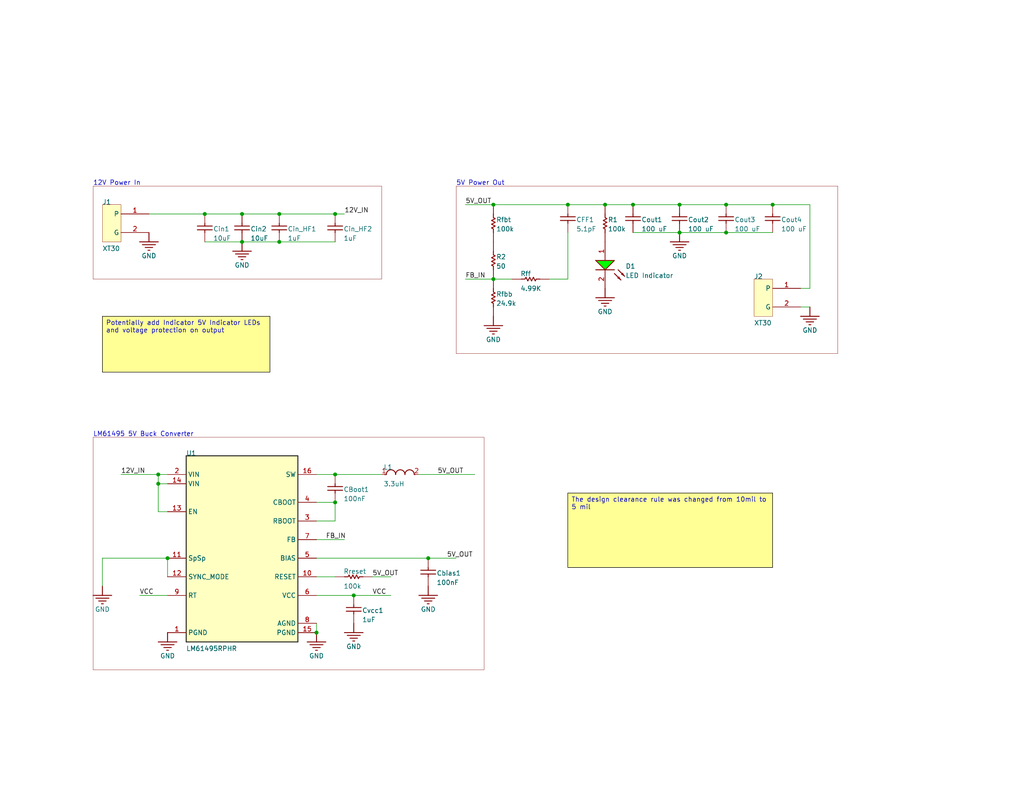
<source format=kicad_sch>
(kicad_sch (version 20231120) (generator "eeschema") (generator_version "8.0")
  (paper "A")
  (junction (at 116.84 152.4))
  (junction (at 66.04 66.04))
  (junction (at 45.72 152.4))
  (junction (at 172.72 55.88))
  (junction (at 76.2 66.04))
  (junction (at 91.44 137.16))
  (junction (at 185.42 55.88))
  (junction (at 185.42 63.5))
  (junction (at 91.44 58.42))
  (junction (at 96.52 162.56))
  (junction (at 198.12 63.5))
  (junction (at 55.88 58.42))
  (junction (at 76.2 58.42))
  (junction (at 134.62 55.88))
  (junction (at 43.18 129.54))
  (junction (at 210.82 55.88))
  (junction (at 198.12 55.88))
  (junction (at 66.04 58.42))
  (junction (at 165.1 55.88))
  (junction (at 86.36 172.72))
  (junction (at 154.94 55.88))
  (junction (at 134.62 76.2))
  (junction (at 91.44 129.54))
  (junction (at 43.18 132.08))
  (wire (pts (xy 139.7 76.2) (xy 134.62 76.2)))
  (wire (pts (xy 43.18 132.08) (xy 43.18 139.7)))
  (wire (pts (xy 220.98 55.88) (xy 220.98 78.74)))
  (wire (pts (xy 124.46 152.4) (xy 116.84 152.4)))
  (wire (pts (xy 91.44 66.04) (xy 76.2 66.04)))
  (wire (pts (xy 86.36 157.48) (xy 91.44 157.48)))
  (wire (pts (xy 172.72 63.5) (xy 185.42 63.5)))
  (wire (pts (xy 91.44 129.54) (xy 104.14 129.54)))
  (wire (pts (xy 66.04 66.04) (xy 55.88 66.04)))
  (wire (pts (xy 55.88 58.42) (xy 66.04 58.42)))
  (wire (pts (xy 154.94 76.2) (xy 149.86 76.2)))
  (wire (pts (xy 134.62 55.88) (xy 154.94 55.88)))
  (wire (pts (xy 86.36 162.56) (xy 96.52 162.56)))
  (wire (pts (xy 45.72 132.08) (xy 43.18 132.08)))
  (wire (pts (xy 185.42 55.88) (xy 198.12 55.88)))
  (wire (pts (xy 172.72 55.88) (xy 185.42 55.88)))
  (wire (pts (xy 91.44 58.42) (xy 93.98 58.42)))
  (wire (pts (xy 185.42 63.5) (xy 198.12 63.5)))
  (wire (pts (xy 86.36 142.24) (xy 91.44 142.24)))
  (wire (pts (xy 218.44 83.82) (xy 220.98 83.82)))
  (wire (pts (xy 86.36 137.16) (xy 91.44 137.16)))
  (wire (pts (xy 66.04 58.42) (xy 76.2 58.42)))
  (wire (pts (xy 76.2 58.42) (xy 91.44 58.42)))
  (wire (pts (xy 154.94 63.5) (xy 154.94 76.2)))
  (wire (pts (xy 43.18 129.54) (xy 33.02 129.54)))
  (wire (pts (xy 86.36 129.54) (xy 91.44 129.54)))
  (wire (pts (xy 43.18 129.54) (xy 43.18 132.08)))
  (wire (pts (xy 134.62 55.88) (xy 127 55.88)))
  (wire (pts (xy 86.36 172.72) (xy 86.36 170.18)))
  (wire (pts (xy 45.72 152.4) (xy 27.94 152.4)))
  (wire (pts (xy 127 76.2) (xy 134.62 76.2)))
  (wire (pts (xy 220.98 78.74) (xy 218.44 78.74)))
  (wire (pts (xy 96.52 162.56) (xy 106.68 162.56)))
  (wire (pts (xy 198.12 63.5) (xy 210.82 63.5)))
  (wire (pts (xy 116.84 152.4) (xy 86.36 152.4)))
  (wire (pts (xy 43.18 139.7) (xy 45.72 139.7)))
  (wire (pts (xy 198.12 55.88) (xy 210.82 55.88)))
  (wire (pts (xy 101.6 157.48) (xy 106.68 157.48)))
  (wire (pts (xy 91.44 142.24) (xy 91.44 137.16)))
  (wire (pts (xy 114.3 129.54) (xy 129.54 129.54)))
  (wire (pts (xy 45.72 157.48) (xy 45.72 152.4)))
  (wire (pts (xy 210.82 55.88) (xy 220.98 55.88)))
  (wire (pts (xy 76.2 66.04) (xy 66.04 66.04)))
  (wire (pts (xy 40.64 58.42) (xy 55.88 58.42)))
  (wire (pts (xy 45.72 162.56) (xy 38.1 162.56)))
  (wire (pts (xy 86.36 147.32) (xy 93.98 147.32)))
  (wire (pts (xy 154.94 55.88) (xy 165.1 55.88)))
  (wire (pts (xy 165.1 55.88) (xy 172.72 55.88)))
  (wire (pts (xy 45.72 129.54) (xy 43.18 129.54)))
  (wire (pts (xy 27.94 152.4) (xy 27.94 160.02)))
  (rectangle (start 228.6 50.8) (end 124.46 96.52) (stroke (width 0.0254) (color 128 0 0 1)))
  (rectangle (start 132.08 119.38) (end 25.4 182.88) (stroke (width 0.0254) (color 128 0 0 1)))
  (rectangle (start 104.14 50.8) (end 25.4 76.2) (stroke (width 0.0254) (color 128 0 0 1)))
  (text_box "Potentially add Indicator 5V Indicator LEDs and voltage protection on output" (at 73.66 86.36 0) (size -45.72 15.24) (stroke (width 0) (color 0 0 0 1)) (fill (type color) (color 255 255 150 1)) (effects (font (size 1.27 1.27)) (justify left top)))
  (text_box "The design clearance rule was changed from 10mil to 5 mil" (at 210.82 134.62 0) (size -55.88 20.32) (stroke (width 0) (color 0 0 0 1)) (fill (type color) (color 255 255 150 1)) (effects (font (size 1.27 1.27)) (justify left top)))
  (text "LM61495 5V Buck Converter" (at 25.4 119.38 0) (effects (font (size 1.27 1.27)) (justify left bottom)))
  (text "5V Power Out" (at 124.46 50.8 0) (effects (font (size 1.27 1.27)) (justify left bottom)))
  (text "12V Power In" (at 25.4 50.8 0) (effects (font (size 1.27 1.27)) (justify left bottom)))
  (label "FB_IN" (at 127 76.2 0))
  (label "FB_IN" (at 88.9 147.32 0))
  (label "5V_OUT" (at 119.38 129.54 0))
  (label "12V_IN" (at 93.98 58.42 0))
  (label "5V_OUT" (at 121.92 152.4 0))
  (label "5V_OUT" (at 127 55.88 0))
  (label "VCC" (at 38.1 162.56 0))
  (label "12V_IN" (at 33.02 129.54 0))
  (label "5V_OUT" (at 101.6 157.48 0))
  (label "VCC" (at 101.6 162.56 0))
  (symbol (lib_id "Buck_Conveter_PCB-altium-import:root_1_C3216X5R1A107M160AC") (at 210.82 63.5 0) (unit 1)
    (property "Reference" "Cout4" (at 213.106 60.706 0) (effects (justify left bottom)))
    (property "Value" "100 uF" (at 213.106 63.246 0) (effects (justify left bottom)))
    (property "Footprint" "100uF_Cout" (effects (hide yes)))
    (property "Description" "Ceramic Capacitor, Multilayer, Ceramic, 10V, 20% +Tol, 20% -Tol, X5R, 15% TC, 100uF, Surface Mount, 1206" (effects (hide yes)))
    (property "SUPPLIER" "Digikey" (effects (hide yes)))
    (property "SUPPLIER PART NUMBER" "445-6007-1-ND" (effects (hide yes)))
    (property "MANUFACTURER" "TDK" (effects (hide yes)))
    (property "MANUFACTURER PART NUMBER" "C3216X5R1A107M160AC" (effects (hide yes)))
    (property "ROHS" "Yes" (effects (hide yes)))
    (property "CATEGORY" "Ceramic Capacitors" (effects (hide yes)))
    (property "STOCK" "190587" (effects (hide yes)))
    (property "PRICING" "1=1.03, 10=0.742, 50=0.649, 100=0.5289, 500=0.43272, 1000=0.37262 (USD)" (effects (hide yes)))
    (property "MOUNTING TECHNOLOGY" "Surface Mount" (effects (hide yes)))
    (property "PINS" "2" (effects (hide yes)))
    (property "DIELECTRIC MATERIAL" "Ceramic" (effects (hide yes)))
    (property "PACKAGE SHAPE" "Rectangular" (effects (hide yes)))
    (property "CASE/PACKAGE" "1206" (effects (hide yes)))
    (property "TERMINAL FINISH" "Nickel" (effects (hide yes)))
    (property "MIN OPERATING TEMPERATURE" "-55°C" (effects (hide yes)))
    (property "MAX OPERATING TEMPERATURE" "85°C" (effects (hide yes)))
    (property "JESD-609 CODE" "e3" (effects (hide yes)))
    (property "ALTIUM_VALUE" "100uF" (effects (hide yes)))
    (property "CAPACITOR TYPE" "Ceramic" (effects (hide yes)))
    (property "MULTILAYER" "Yes" (effects (hide yes)))
    (property "TOLERANCE  (FILL IN AS +-)" "20%" (effects (hide yes)))
    (property "PACKAGE STYLE" "SMTMeter" (effects (hide yes)))
    (property "PACKAGING" "Tape and Reel" (effects (hide yes)))
    (property "TOLERANCE (FILL IN AS +-)" "20%" (effects (hide yes)))
    (property "RATED DC VOLTAGE (URDC)" "10V" (effects (hide yes)))
    (property "TEMPERATURE CHARACTERISTICS CODE" "X5R" (effects (hide yes)))
    (property "TERMINATION" "Wraparound" (effects (hide yes)))
    (property "LENGTH" "3.2mm" (effects (hide yes)))
    (property "WIDTH" "1.6mm" (effects (hide yes)))
    (property "HEIGHT" "1.6mm" (effects (hide yes)))
    (property "REACH SVHC COMPLIANT" "Yes" (effects (hide yes)))
    (property "ROHS COMPLIANT" "Yes" (effects (hide yes)))
    (property "COMPONENTLINK1URL" "https://datasheet.ciiva.com:443/pdfs/VipMasterIC/IC/TDKC/TDKC-S-A0008796792/TDKC-S-A0008796792-1.pdf?src-supplier=IHS+Markit" (effects (hide yes)))
    (property "COMPONENTLINK1DESCRIPTION" "https://datasheet.ciiva.com:443/pdfs/VipMasterIC/IC/TDKC/TDKC-S-A0008796792/TDKC-S-A0008796792-1.pdf?src-supplier=IHS+Markit" (effects (hide yes)))
    (property "COMPONENTLINK2URL" "https://datasheet.ciiva.com/24216/c3216x5r1a107m160ac-265050-24216592.pdf?src-supplier=Mouser" (effects (hide yes)))
    (property "COMPONENTLINK2DESCRIPTION" "https://datasheet.ciiva.com/24216/c3216x5r1a107m160ac-265050-24216592.pdf?src-supplier=Mouser" (effects (hide yes)))
    (property "COMPONENTLINK3URL" "https://datasheet.ciiva.com/28620/mlcc-commercial-general-en-28620362.pdf?src-supplier=Element14" (effects (hide yes)))
    (property "COMPONENTLINK3DESCRIPTION" "https://datasheet.ciiva.com/28620/mlcc-commercial-general-en-28620362.pdf?src-supplier=Element14" (effects (hide yes)))
    (property "COMPONENTLINK4URL" "https://datasheet.ciiva.com/6284/tdkmlcccaprange-6284584.pdf?src-supplier=Digikey" (effects (hide yes)))
    (property "COMPONENTLINK4DESCRIPTION" "https://datasheet.ciiva.com/6284/tdkmlcccaprange-6284584.pdf?src-supplier=Digikey" (effects (hide yes)))
    (property "COMPONENTLINK5URL" "https://datasheet.ciiva.com/6284/tdkmlcccaprange-6284586.pdf?src-supplier=Digikey" (effects (hide yes)))
    (property "COMPONENTLINK5DESCRIPTION" "https://datasheet.ciiva.com/6284/tdkmlcccaprange-6284586.pdf?src-supplier=Digikey" (effects (hide yes)))
    (property "COMPONENTLINK6URL" "https://datasheet.ciiva.com/6284/tdkmlcccaprange-6284588.pdf?src-supplier=Digikey" (effects (hide yes)))
    (property "COMPONENTLINK6DESCRIPTION" "https://datasheet.ciiva.com/6284/tdkmlcccaprange-6284588.pdf?src-supplier=Digikey" (effects (hide yes)))
    (property "COMPONENTLINK7URL" "https://datasheet.ciiva.com/48671/e412-c-48671366.pdf?src-supplier=Avnet" (effects (hide yes)))
    (property "COMPONENTLINK7DESCRIPTION" "https://datasheet.ciiva.com/48671/e412-c-48671366.pdf?src-supplier=Avnet" (effects (hide yes)))
    (property "COMPONENTLINK8URL" "https://datasheet.ciiva.com/16482/e412-c-16482549.pdf?src-supplier=Future+Electronics" (effects (hide yes)))
    (property "COMPONENTLINK8DESCRIPTION" "https://datasheet.ciiva.com/16482/e412-c-16482549.pdf?src-supplier=Future+Electronics" (effects (hide yes)))
    (property "COMPONENTLINK9URL" "https://datasheet.ciiva.com/7975/1796654-7975125.pdf?src-supplier=Element14" (effects (hide yes)))
    (property "COMPONENTLINK9DESCRIPTION" "https://datasheet.ciiva.com/7975/1796654-7975125.pdf?src-supplier=Element14" (effects (hide yes)))
    (property "COMPONENTLINK10URL" "https://datasheet.ciiva.com/22694/1796654-22694157.pdf?src-supplier=Element14" (effects (hide yes)))
    (property "COMPONENTLINK10DESCRIPTION" "https://datasheet.ciiva.com/22694/1796654-22694157.pdf?src-supplier=Element14" (effects (hide yes)))
    (property "COMPONENTLINK11URL" "https://datasheet.ciiva.com/22725/1913358-22725579.pdf?src-supplier=Element14" (effects (hide yes)))
    (property "COMPONENTLINK11DESCRIPTION" "https://datasheet.ciiva.com/22725/1913358-22725579.pdf?src-supplier=Element14" (effects (hide yes)))
  )
  (symbol (lib_id "Buck_Conveter_PCB-altium-import:root_1_C3216X5R1A107M160AC") (at 185.42 63.5 0) (unit 1)
    (property "Reference" "Cout2" (at 187.706 60.706 0) (effects (justify left bottom)))
    (property "Value" "100 uF" (at 187.706 63.246 0) (effects (justify left bottom)))
    (property "Footprint" "100uF_Cout" (effects (hide yes)))
    (property "Description" "Ceramic Capacitor, Multilayer, Ceramic, 10V, 20% +Tol, 20% -Tol, X5R, 15% TC, 100uF, Surface Mount, 1206" (effects (hide yes)))
    (property "SUPPLIER" "Digikey" (effects (hide yes)))
    (property "SUPPLIER PART NUMBER" "445-6007-1-ND" (effects (hide yes)))
    (property "MANUFACTURER" "TDK" (effects (hide yes)))
    (property "MANUFACTURER PART NUMBER" "C3216X5R1A107M160AC" (effects (hide yes)))
    (property "ROHS" "Yes" (effects (hide yes)))
    (property "CATEGORY" "Ceramic Capacitors" (effects (hide yes)))
    (property "STOCK" "190587" (effects (hide yes)))
    (property "PRICING" "1=1.03, 10=0.742, 50=0.649, 100=0.5289, 500=0.43272, 1000=0.37262 (USD)" (effects (hide yes)))
    (property "MOUNTING TECHNOLOGY" "Surface Mount" (effects (hide yes)))
    (property "PINS" "2" (effects (hide yes)))
    (property "DIELECTRIC MATERIAL" "Ceramic" (effects (hide yes)))
    (property "PACKAGE SHAPE" "Rectangular" (effects (hide yes)))
    (property "CASE/PACKAGE" "1206" (effects (hide yes)))
    (property "TERMINAL FINISH" "Nickel" (effects (hide yes)))
    (property "MIN OPERATING TEMPERATURE" "-55°C" (effects (hide yes)))
    (property "MAX OPERATING TEMPERATURE" "85°C" (effects (hide yes)))
    (property "JESD-609 CODE" "e3" (effects (hide yes)))
    (property "ALTIUM_VALUE" "100uF" (effects (hide yes)))
    (property "CAPACITOR TYPE" "Ceramic" (effects (hide yes)))
    (property "MULTILAYER" "Yes" (effects (hide yes)))
    (property "TOLERANCE  (FILL IN AS +-)" "20%" (effects (hide yes)))
    (property "PACKAGE STYLE" "SMTMeter" (effects (hide yes)))
    (property "PACKAGING" "Tape and Reel" (effects (hide yes)))
    (property "TOLERANCE (FILL IN AS +-)" "20%" (effects (hide yes)))
    (property "RATED DC VOLTAGE (URDC)" "10V" (effects (hide yes)))
    (property "TEMPERATURE CHARACTERISTICS CODE" "X5R" (effects (hide yes)))
    (property "TERMINATION" "Wraparound" (effects (hide yes)))
    (property "LENGTH" "3.2mm" (effects (hide yes)))
    (property "WIDTH" "1.6mm" (effects (hide yes)))
    (property "HEIGHT" "1.6mm" (effects (hide yes)))
    (property "REACH SVHC COMPLIANT" "Yes" (effects (hide yes)))
    (property "ROHS COMPLIANT" "Yes" (effects (hide yes)))
    (property "COMPONENTLINK1URL" "https://datasheet.ciiva.com:443/pdfs/VipMasterIC/IC/TDKC/TDKC-S-A0008796792/TDKC-S-A0008796792-1.pdf?src-supplier=IHS+Markit" (effects (hide yes)))
    (property "COMPONENTLINK1DESCRIPTION" "https://datasheet.ciiva.com:443/pdfs/VipMasterIC/IC/TDKC/TDKC-S-A0008796792/TDKC-S-A0008796792-1.pdf?src-supplier=IHS+Markit" (effects (hide yes)))
    (property "COMPONENTLINK2URL" "https://datasheet.ciiva.com/24216/c3216x5r1a107m160ac-265050-24216592.pdf?src-supplier=Mouser" (effects (hide yes)))
    (property "COMPONENTLINK2DESCRIPTION" "https://datasheet.ciiva.com/24216/c3216x5r1a107m160ac-265050-24216592.pdf?src-supplier=Mouser" (effects (hide yes)))
    (property "COMPONENTLINK3URL" "https://datasheet.ciiva.com/28620/mlcc-commercial-general-en-28620362.pdf?src-supplier=Element14" (effects (hide yes)))
    (property "COMPONENTLINK3DESCRIPTION" "https://datasheet.ciiva.com/28620/mlcc-commercial-general-en-28620362.pdf?src-supplier=Element14" (effects (hide yes)))
    (property "COMPONENTLINK4URL" "https://datasheet.ciiva.com/6284/tdkmlcccaprange-6284584.pdf?src-supplier=Digikey" (effects (hide yes)))
    (property "COMPONENTLINK4DESCRIPTION" "https://datasheet.ciiva.com/6284/tdkmlcccaprange-6284584.pdf?src-supplier=Digikey" (effects (hide yes)))
    (property "COMPONENTLINK5URL" "https://datasheet.ciiva.com/6284/tdkmlcccaprange-6284586.pdf?src-supplier=Digikey" (effects (hide yes)))
    (property "COMPONENTLINK5DESCRIPTION" "https://datasheet.ciiva.com/6284/tdkmlcccaprange-6284586.pdf?src-supplier=Digikey" (effects (hide yes)))
    (property "COMPONENTLINK6URL" "https://datasheet.ciiva.com/6284/tdkmlcccaprange-6284588.pdf?src-supplier=Digikey" (effects (hide yes)))
    (property "COMPONENTLINK6DESCRIPTION" "https://datasheet.ciiva.com/6284/tdkmlcccaprange-6284588.pdf?src-supplier=Digikey" (effects (hide yes)))
    (property "COMPONENTLINK7URL" "https://datasheet.ciiva.com/48671/e412-c-48671366.pdf?src-supplier=Avnet" (effects (hide yes)))
    (property "COMPONENTLINK7DESCRIPTION" "https://datasheet.ciiva.com/48671/e412-c-48671366.pdf?src-supplier=Avnet" (effects (hide yes)))
    (property "COMPONENTLINK8URL" "https://datasheet.ciiva.com/16482/e412-c-16482549.pdf?src-supplier=Future+Electronics" (effects (hide yes)))
    (property "COMPONENTLINK8DESCRIPTION" "https://datasheet.ciiva.com/16482/e412-c-16482549.pdf?src-supplier=Future+Electronics" (effects (hide yes)))
    (property "COMPONENTLINK9URL" "https://datasheet.ciiva.com/7975/1796654-7975125.pdf?src-supplier=Element14" (effects (hide yes)))
    (property "COMPONENTLINK9DESCRIPTION" "https://datasheet.ciiva.com/7975/1796654-7975125.pdf?src-supplier=Element14" (effects (hide yes)))
    (property "COMPONENTLINK10URL" "https://datasheet.ciiva.com/22694/1796654-22694157.pdf?src-supplier=Element14" (effects (hide yes)))
    (property "COMPONENTLINK10DESCRIPTION" "https://datasheet.ciiva.com/22694/1796654-22694157.pdf?src-supplier=Element14" (effects (hide yes)))
    (property "COMPONENTLINK11URL" "https://datasheet.ciiva.com/22725/1913358-22725579.pdf?src-supplier=Element14" (effects (hide yes)))
    (property "COMPONENTLINK11DESCRIPTION" "https://datasheet.ciiva.com/22725/1913358-22725579.pdf?src-supplier=Element14" (effects (hide yes)))
  )
  (symbol (lib_id "Buck_Conveter_PCB-altium-import:root_1_GRM188R60J105KA01D") (at 96.52 170.18 0) (unit 1)
    (property "Reference" "Cvcc1" (at 98.806 167.386 0) (effects (justify left bottom)))
    (property "Value" "1uF" (at 98.806 169.926 0) (effects (justify left bottom)))
    (property "Footprint" "Cvcc_1uF" (effects (hide yes)))
    (property "Description" "Ceramic Capacitor, Multilayer, Ceramic, 6.3V, 10% +Tol, 10% -Tol, X5R, 15% TC, 1uF, Surface Mount, 0603" (effects (hide yes)))
    (property "SUPPLIER" "Mouser" (effects (hide yes)))
    (property "SUPPLIER PART NUMBER" "81-GRM39R105K6.3" (effects (hide yes)))
    (property "MANUFACTURER" "Murata" (effects (hide yes)))
    (property "MANUFACTURER PART NUMBER" "GRM188R60J105KA01D" (effects (hide yes)))
    (property "ROHS" "Yes" (effects (hide yes)))
    (property "CATEGORY" "Ceramic Capacitors" (effects (hide yes)))
    (property "STOCK" "101461" (effects (hide yes)))
    (property "PRICING" "1=0.16, 10=0.061, 50=0.061, 100=0.035, 1000=0.029, 4000=0.028, 8000=0.025, 10000=0.025, 24000=0.024, 100000=0.018 (USD)" (effects (hide yes)))
    (property "MOUNTING TECHNOLOGY" "Surface Mount" (effects (hide yes)))
    (property "PINS" "2" (effects (hide yes)))
    (property "DIELECTRIC MATERIAL" "Ceramic" (effects (hide yes)))
    (property "PACKAGE SHAPE" "Rectangular" (effects (hide yes)))
    (property "CASE/PACKAGE" "0603" (effects (hide yes)))
    (property "TERMINAL FINISH" "Nickel" (effects (hide yes)))
    (property "MIN OPERATING TEMPERATURE" "-55°C" (effects (hide yes)))
    (property "MAX OPERATING TEMPERATURE" "85°C" (effects (hide yes)))
    (property "JESD-609 CODE" "e3" (effects (hide yes)))
    (property "ALTIUM_VALUE" "1uF" (effects (hide yes)))
    (property "CAPACITOR TYPE" "Ceramic" (effects (hide yes)))
    (property "MULTILAYER" "Yes" (effects (hide yes)))
    (property "TOLERANCE  (FILL IN AS +-)" "10%" (effects (hide yes)))
    (property "PACKAGE STYLE" "SMTMeter" (effects (hide yes)))
    (property "PACKAGING" "Tape and Reel" (effects (hide yes)))
    (property "TOLERANCE (FILL IN AS +-)" "10%" (effects (hide yes)))
    (property "RATED DC VOLTAGE (URDC)" "6.3V" (effects (hide yes)))
    (property "TEMPERATURE CHARACTERISTICS CODE" "X5R" (effects (hide yes)))
    (property "TERMINATION" "Wraparound" (effects (hide yes)))
    (property "LENGTH" "1.6mm" (effects (hide yes)))
    (property "WIDTH" "0.8mm" (effects (hide yes)))
    (property "HEIGHT" "0.8mm" (effects (hide yes)))
    (property "REACH SVHC COMPLIANT" "Yes" (effects (hide yes)))
    (property "ROHS COMPLIANT" "Yes" (effects (hide yes)))
    (property "COMPONENTLINK1URL" "https://psearch.en.murata.com:443/capacitor/product/GRM188R60J105KA01%23.pdf?src-supplier=IHS+Markit" (effects (hide yes)))
    (property "COMPONENTLINK1DESCRIPTION" "https://psearch.en.murata.com:443/capacitor/product/GRM188R60J105KA01%23.pdf?src-supplier=IHS+Markit" (effects (hide yes)))
    (property "COMPONENTLINK2URL" "https://datasheet.ciiva.com/22776/1722893-22776416.pdf?src-supplier=Farnell" (effects (hide yes)))
    (property "COMPONENTLINK2DESCRIPTION" "https://datasheet.ciiva.com/22776/1722893-22776416.pdf?src-supplier=Farnell" (effects (hide yes)))
    (property "COMPONENTLINK3URL" "https://datasheet.ciiva.com/3777/4083grm188r60j105ka0123-3777178.pdf?src-supplier=Arrow+Electronics" (effects (hide yes)))
    (property "COMPONENTLINK3DESCRIPTION" "https://datasheet.ciiva.com/3777/4083grm188r60j105ka0123-3777178.pdf?src-supplier=Arrow+Electronics" (effects (hide yes)))
    (property "COMPONENTLINK4URL" "https://datasheet.ciiva.com/11786/0900766b807a1cab-11786497.pdf?src-supplier=Rs" (effects (hide yes)))
    (property "COMPONENTLINK4DESCRIPTION" "https://datasheet.ciiva.com/11786/0900766b807a1cab-11786497.pdf?src-supplier=Rs" (effects (hide yes)))
    (property "COMPONENTLINK5URL" "https://datasheet.ciiva.com/7719/4366-7719029.pdf?src-supplier=Element14" (effects (hide yes)))
    (property "COMPONENTLINK5DESCRIPTION" "https://datasheet.ciiva.com/7719/4366-7719029.pdf?src-supplier=Element14" (effects (hide yes)))
    (property "COMPONENTLINK6URL" "https://datasheet.ciiva.com/132/partnumbering-e-01-132212.pdf?src-supplier=Digikey" (effects (hide yes)))
    (property "COMPONENTLINK6DESCRIPTION" "https://datasheet.ciiva.com/132/partnumbering-e-01-132212.pdf?src-supplier=Digikey" (effects (hide yes)))
    (property "COMPONENTLINK7URL" "https://datasheet.ciiva.com/132/partnumbering-e-01-132213.pdf?src-supplier=Digikey" (effects (hide yes)))
    (property "COMPONENTLINK7DESCRIPTION" "https://datasheet.ciiva.com/132/partnumbering-e-01-132213.pdf?src-supplier=Digikey" (effects (hide yes)))
    (property "COMPONENTLINK8URL" "https://datasheet.ciiva.com/132/partnumbering-e-01-132214.pdf?src-supplier=Digikey" (effects (hide yes)))
    (property "COMPONENTLINK8DESCRIPTION" "https://datasheet.ciiva.com/132/partnumbering-e-01-132214.pdf?src-supplier=Digikey" (effects (hide yes)))
    (property "COMPONENTLINK9URL" "https://datasheet.ciiva.com/16205/product-16205390.pdf?src-supplier=Future+Electronics" (effects (hide yes)))
    (property "COMPONENTLINK9DESCRIPTION" "https://datasheet.ciiva.com/16205/product-16205390.pdf?src-supplier=Future+Electronics" (effects (hide yes)))
    (property "COMPONENTLINK10URL" "https://datasheet.ciiva.com/7719/1722893-7719030.pdf?src-supplier=Element14" (effects (hide yes)))
    (property "COMPONENTLINK10DESCRIPTION" "https://datasheet.ciiva.com/7719/1722893-7719030.pdf?src-supplier=Element14" (effects (hide yes)))
    (property "COMPONENTLINK11URL" "https://datasheet.ciiva.com/7719/1722893-7719031.pdf?src-supplier=Element14" (effects (hide yes)))
    (property "COMPONENTLINK11DESCRIPTION" "https://datasheet.ciiva.com/7719/1722893-7719031.pdf?src-supplier=Element14" (effects (hide yes)))
  )
  (symbol (lib_id "Buck_Conveter_PCB-altium-import:GND_POWER_GROUND") (at 86.36 172.72 0) (unit 1)
    (property "Reference" "#PWR?" (effects (hide yes)))
    (property "Value" "GND" (at 86.36 179.07 0))
  )
  (symbol (lib_id "Buck_Conveter_PCB-altium-import:root_1_C3216X5R1A107M160AC") (at 172.72 63.5 0) (unit 1)
    (property "Reference" "Cout1" (at 175.006 60.706 0) (effects (justify left bottom)))
    (property "Value" "100 uF" (at 175.006 63.246 0) (effects (justify left bottom)))
    (property "Footprint" "100uF_Cout" (effects (hide yes)))
    (property "Description" "Ceramic Capacitor, Multilayer, Ceramic, 10V, 20% +Tol, 20% -Tol, X5R, 15% TC, 100uF, Surface Mount, 1206" (effects (hide yes)))
    (property "SUPPLIER" "Digikey" (effects (hide yes)))
    (property "SUPPLIER PART NUMBER" "445-6007-1-ND" (effects (hide yes)))
    (property "MANUFACTURER" "TDK" (effects (hide yes)))
    (property "MANUFACTURER PART NUMBER" "C3216X5R1A107M160AC" (effects (hide yes)))
    (property "ROHS" "Yes" (effects (hide yes)))
    (property "CATEGORY" "Ceramic Capacitors" (effects (hide yes)))
    (property "STOCK" "190587" (effects (hide yes)))
    (property "PRICING" "1=1.03, 10=0.742, 50=0.649, 100=0.5289, 500=0.43272, 1000=0.37262 (USD)" (effects (hide yes)))
    (property "MOUNTING TECHNOLOGY" "Surface Mount" (effects (hide yes)))
    (property "PINS" "2" (effects (hide yes)))
    (property "DIELECTRIC MATERIAL" "Ceramic" (effects (hide yes)))
    (property "PACKAGE SHAPE" "Rectangular" (effects (hide yes)))
    (property "CASE/PACKAGE" "1206" (effects (hide yes)))
    (property "TERMINAL FINISH" "Nickel" (effects (hide yes)))
    (property "MIN OPERATING TEMPERATURE" "-55°C" (effects (hide yes)))
    (property "MAX OPERATING TEMPERATURE" "85°C" (effects (hide yes)))
    (property "JESD-609 CODE" "e3" (effects (hide yes)))
    (property "ALTIUM_VALUE" "100uF" (effects (hide yes)))
    (property "CAPACITOR TYPE" "Ceramic" (effects (hide yes)))
    (property "MULTILAYER" "Yes" (effects (hide yes)))
    (property "TOLERANCE  (FILL IN AS +-)" "20%" (effects (hide yes)))
    (property "PACKAGE STYLE" "SMTMeter" (effects (hide yes)))
    (property "PACKAGING" "Tape and Reel" (effects (hide yes)))
    (property "TOLERANCE (FILL IN AS +-)" "20%" (effects (hide yes)))
    (property "RATED DC VOLTAGE (URDC)" "10V" (effects (hide yes)))
    (property "TEMPERATURE CHARACTERISTICS CODE" "X5R" (effects (hide yes)))
    (property "TERMINATION" "Wraparound" (effects (hide yes)))
    (property "LENGTH" "3.2mm" (effects (hide yes)))
    (property "WIDTH" "1.6mm" (effects (hide yes)))
    (property "HEIGHT" "1.6mm" (effects (hide yes)))
    (property "REACH SVHC COMPLIANT" "Yes" (effects (hide yes)))
    (property "ROHS COMPLIANT" "Yes" (effects (hide yes)))
    (property "COMPONENTLINK1URL" "https://datasheet.ciiva.com:443/pdfs/VipMasterIC/IC/TDKC/TDKC-S-A0008796792/TDKC-S-A0008796792-1.pdf?src-supplier=IHS+Markit" (effects (hide yes)))
    (property "COMPONENTLINK1DESCRIPTION" "https://datasheet.ciiva.com:443/pdfs/VipMasterIC/IC/TDKC/TDKC-S-A0008796792/TDKC-S-A0008796792-1.pdf?src-supplier=IHS+Markit" (effects (hide yes)))
    (property "COMPONENTLINK2URL" "https://datasheet.ciiva.com/24216/c3216x5r1a107m160ac-265050-24216592.pdf?src-supplier=Mouser" (effects (hide yes)))
    (property "COMPONENTLINK2DESCRIPTION" "https://datasheet.ciiva.com/24216/c3216x5r1a107m160ac-265050-24216592.pdf?src-supplier=Mouser" (effects (hide yes)))
    (property "COMPONENTLINK3URL" "https://datasheet.ciiva.com/28620/mlcc-commercial-general-en-28620362.pdf?src-supplier=Element14" (effects (hide yes)))
    (property "COMPONENTLINK3DESCRIPTION" "https://datasheet.ciiva.com/28620/mlcc-commercial-general-en-28620362.pdf?src-supplier=Element14" (effects (hide yes)))
    (property "COMPONENTLINK4URL" "https://datasheet.ciiva.com/6284/tdkmlcccaprange-6284584.pdf?src-supplier=Digikey" (effects (hide yes)))
    (property "COMPONENTLINK4DESCRIPTION" "https://datasheet.ciiva.com/6284/tdkmlcccaprange-6284584.pdf?src-supplier=Digikey" (effects (hide yes)))
    (property "COMPONENTLINK5URL" "https://datasheet.ciiva.com/6284/tdkmlcccaprange-6284586.pdf?src-supplier=Digikey" (effects (hide yes)))
    (property "COMPONENTLINK5DESCRIPTION" "https://datasheet.ciiva.com/6284/tdkmlcccaprange-6284586.pdf?src-supplier=Digikey" (effects (hide yes)))
    (property "COMPONENTLINK6URL" "https://datasheet.ciiva.com/6284/tdkmlcccaprange-6284588.pdf?src-supplier=Digikey" (effects (hide yes)))
    (property "COMPONENTLINK6DESCRIPTION" "https://datasheet.ciiva.com/6284/tdkmlcccaprange-6284588.pdf?src-supplier=Digikey" (effects (hide yes)))
    (property "COMPONENTLINK7URL" "https://datasheet.ciiva.com/48671/e412-c-48671366.pdf?src-supplier=Avnet" (effects (hide yes)))
    (property "COMPONENTLINK7DESCRIPTION" "https://datasheet.ciiva.com/48671/e412-c-48671366.pdf?src-supplier=Avnet" (effects (hide yes)))
    (property "COMPONENTLINK8URL" "https://datasheet.ciiva.com/16482/e412-c-16482549.pdf?src-supplier=Future+Electronics" (effects (hide yes)))
    (property "COMPONENTLINK8DESCRIPTION" "https://datasheet.ciiva.com/16482/e412-c-16482549.pdf?src-supplier=Future+Electronics" (effects (hide yes)))
    (property "COMPONENTLINK9URL" "https://datasheet.ciiva.com/7975/1796654-7975125.pdf?src-supplier=Element14" (effects (hide yes)))
    (property "COMPONENTLINK9DESCRIPTION" "https://datasheet.ciiva.com/7975/1796654-7975125.pdf?src-supplier=Element14" (effects (hide yes)))
    (property "COMPONENTLINK10URL" "https://datasheet.ciiva.com/22694/1796654-22694157.pdf?src-supplier=Element14" (effects (hide yes)))
    (property "COMPONENTLINK10DESCRIPTION" "https://datasheet.ciiva.com/22694/1796654-22694157.pdf?src-supplier=Element14" (effects (hide yes)))
    (property "COMPONENTLINK11URL" "https://datasheet.ciiva.com/22725/1913358-22725579.pdf?src-supplier=Element14" (effects (hide yes)))
    (property "COMPONENTLINK11DESCRIPTION" "https://datasheet.ciiva.com/22725/1913358-22725579.pdf?src-supplier=Element14" (effects (hide yes)))
  )
  (symbol (lib_id "Buck_Conveter_PCB-altium-import:GND_POWER_GROUND") (at 116.84 160.02 0) (unit 1)
    (property "Reference" "#PWR?" (effects (hide yes)))
    (property "Value" "GND" (at 116.84 166.37 0))
  )
  (symbol (lib_id "Buck_Conveter_PCB-altium-import:root_1_GRM32ER71H106KA12L") (at 66.04 66.04 0) (unit 1)
    (property "Reference" "Cin2" (at 68.326 63.246 0) (effects (justify left bottom)))
    (property "Value" "10uF" (at 68.326 65.786 0) (effects (justify left bottom)))
    (property "Footprint" "Cin_10uF_Cap" (effects (hide yes)))
    (property "Description" "Ceramic Capacitor, Multilayer, Ceramic, 50V, 10% +Tol, 10% -Tol, X7R, 15% TC, 10uF, Surface Mount, 1210" (effects (hide yes)))
    (property "SUPPLIER" "Digikey" (effects (hide yes)))
    (property "SUPPLIER PART NUMBER" "490-6544-1-ND" (effects (hide yes)))
    (property "MANUFACTURER" "Murata" (effects (hide yes)))
    (property "MANUFACTURER PART NUMBER" "GRM32ER71H106KA12L" (effects (hide yes)))
    (property "ROHS" "Yes" (effects (hide yes)))
    (property "CATEGORY" "Ceramic Capacitors" (effects (hide yes)))
    (property "STOCK" "55022" (effects (hide yes)))
    (property "PRICING" "1=1.11, 10=0.836, 50=0.7626, 100=0.6248, 500=0.49868 (USD)" (effects (hide yes)))
    (property "MOUNTING TECHNOLOGY" "Surface Mount" (effects (hide yes)))
    (property "PINS" "2" (effects (hide yes)))
    (property "DIELECTRIC MATERIAL" "Ceramic" (effects (hide yes)))
    (property "PACKAGE SHAPE" "Rectangular" (effects (hide yes)))
    (property "CASE/PACKAGE" "1210" (effects (hide yes)))
    (property "TERMINAL FINISH" "Nickel" (effects (hide yes)))
    (property "MIN OPERATING TEMPERATURE" "-55°C" (effects (hide yes)))
    (property "MAX OPERATING TEMPERATURE" "125°C" (effects (hide yes)))
    (property "JESD-609 CODE" "e3" (effects (hide yes)))
    (property "ALTIUM_VALUE" "10uF" (effects (hide yes)))
    (property "CAPACITOR TYPE" "Ceramic" (effects (hide yes)))
    (property "MULTILAYER" "Yes" (effects (hide yes)))
    (property "TOLERANCE  (FILL IN AS +-)" "10%" (effects (hide yes)))
    (property "PACKAGE STYLE" "SMTMeter" (effects (hide yes)))
    (property "PACKAGING" "Tape and Reel" (effects (hide yes)))
    (property "TOLERANCE (FILL IN AS +-)" "10%" (effects (hide yes)))
    (property "RATED DC VOLTAGE (URDC)" "50V" (effects (hide yes)))
    (property "TEMPERATURE CHARACTERISTICS CODE" "X7R" (effects (hide yes)))
    (property "TERMINATION" "Wraparound" (effects (hide yes)))
    (property "LENGTH" "3.2mm" (effects (hide yes)))
    (property "WIDTH" "2.5mm" (effects (hide yes)))
    (property "HEIGHT" "2.5mm" (effects (hide yes)))
    (property "REACH SVHC COMPLIANT" "Yes" (effects (hide yes)))
    (property "ROHS COMPLIANT" "Yes" (effects (hide yes)))
    (property "COMPONENTLINK1URL" "https://datasheet.ciiva.com:443/pdfs/VipMasterIC/IC/MURE/MURE-S-A0004284990/MURE-S-A0004284990-1.pdf?src-supplier=IHS+Markit" (effects (hide yes)))
    (property "COMPONENTLINK1DESCRIPTION" "https://datasheet.ciiva.com:443/pdfs/VipMasterIC/IC/MURE/MURE-S-A0004284990/MURE-S-A0004284990-1.pdf?src-supplier=IHS+Markit" (effects (hide yes)))
    (property "COMPONENTLINK2URL" "https://datasheet.ciiva.com/3777/4286grm32er71h106ka1223-3777306.pdf?src-supplier=Arrow+Electronics" (effects (hide yes)))
    (property "COMPONENTLINK2DESCRIPTION" "https://datasheet.ciiva.com/3777/4286grm32er71h106ka1223-3777306.pdf?src-supplier=Arrow+Electronics" (effects (hide yes)))
    (property "COMPONENTLINK3URL" "https://datasheet.ciiva.com/11789/0900766b80ef921d-11789081.pdf?src-supplier=Rs" (effects (hide yes)))
    (property "COMPONENTLINK3DESCRIPTION" "https://datasheet.ciiva.com/11789/0900766b80ef921d-11789081.pdf?src-supplier=Rs" (effects (hide yes)))
    (property "COMPONENTLINK4URL" "https://datasheet.ciiva.com/16497/product-16497010.pdf?src-supplier=Future+Electronics" (effects (hide yes)))
    (property "COMPONENTLINK4DESCRIPTION" "https://datasheet.ciiva.com/16497/product-16497010.pdf?src-supplier=Future+Electronics" (effects (hide yes)))
    (property "COMPONENTLINK5URL" "https://datasheet.ciiva.com/11607/c02e-11607596.pdf?src-supplier=Avnet" (effects (hide yes)))
    (property "COMPONENTLINK5DESCRIPTION" "https://datasheet.ciiva.com/11607/c02e-11607596.pdf?src-supplier=Avnet" (effects (hide yes)))
    (property "COMPONENTLINK6URL" "https://datasheet.ciiva.com/6270/partnumbering-e-01-6270167.pdf?src-supplier=Digikey" (effects (hide yes)))
    (property "COMPONENTLINK6DESCRIPTION" "https://datasheet.ciiva.com/6270/partnumbering-e-01-6270167.pdf?src-supplier=Digikey" (effects (hide yes)))
    (property "COMPONENTLINK7URL" "https://datasheet.ciiva.com/6270/partnumbering-e-01-6270168.pdf?src-supplier=Digikey" (effects (hide yes)))
    (property "COMPONENTLINK7DESCRIPTION" "https://datasheet.ciiva.com/6270/partnumbering-e-01-6270168.pdf?src-supplier=Digikey" (effects (hide yes)))
    (property "COMPONENTLINK8URL" "https://datasheet.ciiva.com/6270/partnumbering-e-01-6270169.pdf?src-supplier=Digikey" (effects (hide yes)))
    (property "COMPONENTLINK8DESCRIPTION" "https://datasheet.ciiva.com/6270/partnumbering-e-01-6270169.pdf?src-supplier=Digikey" (effects (hide yes)))
    (property "COMPONENTLINK9URL" "https://datasheet.ciiva.com/46441/1754714-46441340.pdf?src-supplier=Element14" (effects (hide yes)))
    (property "COMPONENTLINK9DESCRIPTION" "https://datasheet.ciiva.com/46441/1754714-46441340.pdf?src-supplier=Element14" (effects (hide yes)))
  )
  (symbol (lib_id "Buck_Conveter_PCB-altium-import:root_1_CC0603CRNPO9BN5R1") (at 154.94 63.5 0) (unit 1)
    (property "Reference" "CFF1" (at 157.226 60.706 0) (effects (justify left bottom)))
    (property "Value" "5.1pF" (at 157.226 63.246 0) (effects (justify left bottom)))
    (property "Footprint" "CFF_5.1pf" (effects (hide yes)))
    (property "Description" "Ceramic Capacitor, Multilayer, Ceramic, 25V, 4.9% +Tol, 4.9% -Tol, C0G, 30ppm/Cel TC, 0.0000051uF, Surface Mount, 0402" (effects (hide yes)))
    (property "SUPPLIER" "Mouser" (effects (hide yes)))
    (property "SUPPLIER PART NUMBER" "81-GRM1555C1E5R1CA1D" (effects (hide yes)))
    (property "MANUFACTURER" "Murata" (effects (hide yes)))
    (property "MANUFACTURER PART NUMBER" "GRM1555C1E5R1CA01D" (effects (hide yes)))
    (property "ROHS" "Yes" (effects (hide yes)))
    (property "CATEGORY" "Ceramic Capacitors" (effects (hide yes)))
    (property "STOCK" "37064" (effects (hide yes)))
    (property "PRICING" "1=0.1, 10=0.021, 50=0.021, 100=0.012, 1000=0.009, 10000=0.006 (USD)" (effects (hide yes)))
    (property "MOUNTING TECHNOLOGY" "Surface Mount" (effects (hide yes)))
    (property "PINS" "2" (effects (hide yes)))
    (property "DIELECTRIC MATERIAL" "Ceramic" (effects (hide yes)))
    (property "PACKAGE SHAPE" "Rectangular" (effects (hide yes)))
    (property "CASE/PACKAGE" "0402" (effects (hide yes)))
    (property "MIN OPERATING TEMPERATURE" "-55°C" (effects (hide yes)))
    (property "MAX OPERATING TEMPERATURE" "125°C" (effects (hide yes)))
    (property "ALTIUM_VALUE" "5.1pF" (effects (hide yes)))
    (property "CAPACITOR TYPE" "Ceramic" (effects (hide yes)))
    (property "MULTILAYER" "Yes" (effects (hide yes)))
    (property "TOLERANCE  (FILL IN AS +-)" "4.9%" (effects (hide yes)))
    (property "PACKAGING" "Tape and Reel" (effects (hide yes)))
    (property "TOLERANCE (FILL IN AS +-)" "4.9%" (effects (hide yes)))
    (property "RATED DC VOLTAGE (URDC)" "25V" (effects (hide yes)))
    (property "TEMPERATURE CHARACTERISTICS CODE" "C0G" (effects (hide yes)))
    (property "TERMINATION" "Wraparound" (effects (hide yes)))
    (property "REACH SVHC COMPLIANT" "Yes" (effects (hide yes)))
    (property "ROHS COMPLIANT" "Yes" (effects (hide yes)))
    (property "COMPONENTLINK1URL" "https://datasheet.ciiva.com:443/pdfs/VipMasterIC/IC/MURE/MURE-S-A0004347008/MURE-S-A0004347702-1.pdf?src-supplier=IHS+Markit" (effects (hide yes)))
    (property "COMPONENTLINK1DESCRIPTION" "https://datasheet.ciiva.com:443/pdfs/VipMasterIC/IC/MURE/MURE-S-A0004347008/MURE-S-A0004347702-1.pdf?src-supplier=IHS+Markit" (effects (hide yes)))
    (property "COMPONENTLINK2URL" "https://datasheet.ciiva.com/29538/grm1555c1e5r1ca01-01-29538662.pdf?src-supplier=Digikey" (effects (hide yes)))
    (property "COMPONENTLINK2DESCRIPTION" "https://datasheet.ciiva.com/29538/grm1555c1e5r1ca01-01-29538662.pdf?src-supplier=Digikey" (effects (hide yes)))
    (property "COMPONENTLINK3URL" "https://datasheet.ciiva.com/5434/product-5434708.pdf?src-supplier=Mouser" (effects (hide yes)))
    (property "COMPONENTLINK3DESCRIPTION" "https://datasheet.ciiva.com/5434/product-5434708.pdf?src-supplier=Mouser" (effects (hide yes)))
    (property "COMPONENTLINK4URL" "https://datasheet.ciiva.com/11612/product-11612891.pdf?src-supplier=Avnet" (effects (hide yes)))
    (property "COMPONENTLINK4DESCRIPTION" "https://datasheet.ciiva.com/11612/product-11612891.pdf?src-supplier=Avnet" (effects (hide yes)))
    (property "SUPPLIER 1" "Digikey" (effects (hide yes)))
    (property "SUPPLIER PART NUMBER 1" "311-3859-1-ND" (effects (hide yes)))
  )
  (symbol (lib_id "Buck_Conveter_PCB-altium-import:root_0_XT30PW-M") (at 27.94 66.04 0) (unit 1)
    (property "Reference" "J1" (at 27.94 55.88 0) (effects (justify left bottom)))
    (property "Value" "XT30" (at 27.94 68.58 0) (effects (justify left bottom)))
    (property "Footprint" "XT30PW-M" (effects (hide yes)))
  )
  (symbol (lib_id "Buck_Conveter_PCB-altium-import:root_1_CC0603KRX7R7BB104") (at 91.44 137.16 0) (unit 1)
    (property "Reference" "CBoot1" (at 93.726 134.366 0) (effects (justify left bottom)))
    (property "Value" "100nF" (at 93.726 136.906 0) (effects (justify left bottom)))
    (property "Footprint" "Cboot_100nF" (effects (hide yes)))
    (property "Description" "Ceramic Capacitor" (effects (hide yes)))
    (property "SUPPLIER" "Mouser" (effects (hide yes)))
    (property "SUPPLIER PART NUMBER" "81-GRM155R71A104KA1D" (effects (hide yes)))
    (property "MANUFACTURER" "Murata" (effects (hide yes)))
    (property "MANUFACTURER PART NUMBER" "GRM155R71A104KA01D" (effects (hide yes)))
    (property "ROHS" "Yes" (effects (hide yes)))
    (property "CATEGORY" "Ceramic Capacitors" (effects (hide yes)))
    (property "STOCK" "493842" (effects (hide yes)))
    (property "PRICING" "1=0.1, 10=0.022, 50=0.022, 100=0.011, 1000=0.007, 10000=0.005 (USD)" (effects (hide yes)))
    (property "MOUNTING TECHNOLOGY" "Surface Mount" (effects (hide yes)))
    (property "PINS" "2" (effects (hide yes)))
    (property "DIELECTRIC MATERIAL" "Ceramic" (effects (hide yes)))
    (property "PACKAGE SHAPE" "Rectangular" (effects (hide yes)))
    (property "CASE/PACKAGE" "0402" (effects (hide yes)))
    (property "TERMINAL FINISH" "Nickel" (effects (hide yes)))
    (property "MIN OPERATING TEMPERATURE" "-55°C" (effects (hide yes)))
    (property "MAX OPERATING TEMPERATURE" "125°C" (effects (hide yes)))
    (property "JESD-609 CODE" "e3" (effects (hide yes)))
    (property "ALTIUM_VALUE" "100nF" (effects (hide yes)))
    (property "CAPACITOR TYPE" "Ceramic" (effects (hide yes)))
    (property "MULTILAYER" "Yes" (effects (hide yes)))
    (property "TOLERANCE  (FILL IN AS +-)" "10%" (effects (hide yes)))
    (property "PACKAGE STYLE" "SMTMeter" (effects (hide yes)))
    (property "PACKAGING" "Tape and Reel" (effects (hide yes)))
    (property "TOLERANCE (FILL IN AS +-)" "10%" (effects (hide yes)))
    (property "RATED DC VOLTAGE (URDC)" "10V" (effects (hide yes)))
    (property "TEMPERATURE CHARACTERISTICS CODE" "X7R" (effects (hide yes)))
    (property "TERMINATION" "Wraparound" (effects (hide yes)))
    (property "LENGTH" "1mm" (effects (hide yes)))
    (property "WIDTH" "0.5mm" (effects (hide yes)))
    (property "HEIGHT" "0.5mm" (effects (hide yes)))
    (property "REACH SVHC COMPLIANT" "Yes" (effects (hide yes)))
    (property "ROHS COMPLIANT" "Yes" (effects (hide yes)))
    (property "COMPONENTLINK1URL" "https://datasheet.ciiva.com:443/pdfs/VipMasterIC/IC/MURE/MURE-S-A0004362469/MURE-S-A0004364502-1.pdf?src-supplier=IHS+Markit" (effects (hide yes)))
    (property "COMPONENTLINK1DESCRIPTION" "https://datasheet.ciiva.com:443/pdfs/VipMasterIC/IC/MURE/MURE-S-A0004362469/MURE-S-A0004364502-1.pdf?src-supplier=IHS+Markit" (effects (hide yes)))
    (property "COMPONENTLINK2URL" "https://datasheet.ciiva.com/6271/product-6271137.pdf?src-supplier=Digikey" (effects (hide yes)))
    (property "COMPONENTLINK2DESCRIPTION" "https://datasheet.ciiva.com/6271/product-6271137.pdf?src-supplier=Digikey" (effects (hide yes)))
    (property "COMPONENTLINK3URL" "https://datasheet.ciiva.com/19475/1856345-19475961.pdf?src-supplier=Jameco" (effects (hide yes)))
    (property "COMPONENTLINK3DESCRIPTION" "https://datasheet.ciiva.com/19475/1856345-19475961.pdf?src-supplier=Jameco" (effects (hide yes)))
    (property "COMPONENTLINK4URL" "https://datasheet.ciiva.com/18184/getdatasheetpartid-130330-18184636.pdf?src-supplier=Verical" (effects (hide yes)))
    (property "COMPONENTLINK4DESCRIPTION" "https://datasheet.ciiva.com/18184/getdatasheetpartid-130330-18184636.pdf?src-supplier=Verical" (effects (hide yes)))
    (property "COMPONENTLINK5URL" "https://datasheet.ciiva.com/7937/1747441-7937613.pdf?src-supplier=Element14" (effects (hide yes)))
    (property "COMPONENTLINK5DESCRIPTION" "https://datasheet.ciiva.com/7937/1747441-7937613.pdf?src-supplier=Element14" (effects (hide yes)))
    (property "COMPONENTLINK6URL" "https://datasheet.ciiva.com/11789/0900766b80ef921d-11789061.pdf?src-supplier=Rs" (effects (hide yes)))
    (property "COMPONENTLINK6DESCRIPTION" "https://datasheet.ciiva.com/11789/0900766b80ef921d-11789061.pdf?src-supplier=Rs" (effects (hide yes)))
    (property "COMPONENTLINK7URL" "https://datasheet.ciiva.com/6271/partnumbering-e-01-6271135.pdf?src-supplier=Digikey" (effects (hide yes)))
    (property "COMPONENTLINK7DESCRIPTION" "https://datasheet.ciiva.com/6271/partnumbering-e-01-6271135.pdf?src-supplier=Digikey" (effects (hide yes)))
    (property "COMPONENTLINK8URL" "https://datasheet.ciiva.com/16199/c02e-16199258.pdf?src-supplier=Future+Electronics" (effects (hide yes)))
    (property "COMPONENTLINK8DESCRIPTION" "https://datasheet.ciiva.com/16199/c02e-16199258.pdf?src-supplier=Future+Electronics" (effects (hide yes)))
    (property "SUPPLIER 1" "Digikey" (effects (hide yes)))
    (property "SUPPLIER PART NUMBER 1" "311-1088-1-ND" (effects (hide yes)))
  )
  (symbol (lib_id "Buck_Conveter_PCB-altium-import:root_1_GRM32ER71H106KA12L") (at 55.88 66.04 0) (unit 1)
    (property "Reference" "Cin1" (at 58.166 63.246 0) (effects (justify left bottom)))
    (property "Value" "10uF" (at 58.166 65.786 0) (effects (justify left bottom)))
    (property "Footprint" "Cin_10uF_Cap" (effects (hide yes)))
    (property "Description" "Ceramic Capacitor, Multilayer, Ceramic, 50V, 10% +Tol, 10% -Tol, X7R, 15% TC, 10uF, Surface Mount, 1210" (effects (hide yes)))
    (property "SUPPLIER" "Digikey" (effects (hide yes)))
    (property "SUPPLIER PART NUMBER" "490-6544-1-ND" (effects (hide yes)))
    (property "MANUFACTURER" "Murata" (effects (hide yes)))
    (property "MANUFACTURER PART NUMBER" "GRM32ER71H106KA12L" (effects (hide yes)))
    (property "ROHS" "Yes" (effects (hide yes)))
    (property "CATEGORY" "Ceramic Capacitors" (effects (hide yes)))
    (property "STOCK" "55022" (effects (hide yes)))
    (property "PRICING" "1=1.11, 10=0.836, 50=0.7626, 100=0.6248, 500=0.49868 (USD)" (effects (hide yes)))
    (property "MOUNTING TECHNOLOGY" "Surface Mount" (effects (hide yes)))
    (property "PINS" "2" (effects (hide yes)))
    (property "DIELECTRIC MATERIAL" "Ceramic" (effects (hide yes)))
    (property "PACKAGE SHAPE" "Rectangular" (effects (hide yes)))
    (property "CASE/PACKAGE" "1210" (effects (hide yes)))
    (property "TERMINAL FINISH" "Nickel" (effects (hide yes)))
    (property "MIN OPERATING TEMPERATURE" "-55°C" (effects (hide yes)))
    (property "MAX OPERATING TEMPERATURE" "125°C" (effects (hide yes)))
    (property "JESD-609 CODE" "e3" (effects (hide yes)))
    (property "ALTIUM_VALUE" "10uF" (effects (hide yes)))
    (property "CAPACITOR TYPE" "Ceramic" (effects (hide yes)))
    (property "MULTILAYER" "Yes" (effects (hide yes)))
    (property "TOLERANCE  (FILL IN AS +-)" "10%" (effects (hide yes)))
    (property "PACKAGE STYLE" "SMTMeter" (effects (hide yes)))
    (property "PACKAGING" "Tape and Reel" (effects (hide yes)))
    (property "TOLERANCE (FILL IN AS +-)" "10%" (effects (hide yes)))
    (property "RATED DC VOLTAGE (URDC)" "50V" (effects (hide yes)))
    (property "TEMPERATURE CHARACTERISTICS CODE" "X7R" (effects (hide yes)))
    (property "TERMINATION" "Wraparound" (effects (hide yes)))
    (property "LENGTH" "3.2mm" (effects (hide yes)))
    (property "WIDTH" "2.5mm" (effects (hide yes)))
    (property "HEIGHT" "2.5mm" (effects (hide yes)))
    (property "REACH SVHC COMPLIANT" "Yes" (effects (hide yes)))
    (property "ROHS COMPLIANT" "Yes" (effects (hide yes)))
    (property "COMPONENTLINK1URL" "https://datasheet.ciiva.com:443/pdfs/VipMasterIC/IC/MURE/MURE-S-A0004284990/MURE-S-A0004284990-1.pdf?src-supplier=IHS+Markit" (effects (hide yes)))
    (property "COMPONENTLINK1DESCRIPTION" "https://datasheet.ciiva.com:443/pdfs/VipMasterIC/IC/MURE/MURE-S-A0004284990/MURE-S-A0004284990-1.pdf?src-supplier=IHS+Markit" (effects (hide yes)))
    (property "COMPONENTLINK2URL" "https://datasheet.ciiva.com/3777/4286grm32er71h106ka1223-3777306.pdf?src-supplier=Arrow+Electronics" (effects (hide yes)))
    (property "COMPONENTLINK2DESCRIPTION" "https://datasheet.ciiva.com/3777/4286grm32er71h106ka1223-3777306.pdf?src-supplier=Arrow+Electronics" (effects (hide yes)))
    (property "COMPONENTLINK3URL" "https://datasheet.ciiva.com/11789/0900766b80ef921d-11789081.pdf?src-supplier=Rs" (effects (hide yes)))
    (property "COMPONENTLINK3DESCRIPTION" "https://datasheet.ciiva.com/11789/0900766b80ef921d-11789081.pdf?src-supplier=Rs" (effects (hide yes)))
    (property "COMPONENTLINK4URL" "https://datasheet.ciiva.com/16497/product-16497010.pdf?src-supplier=Future+Electronics" (effects (hide yes)))
    (property "COMPONENTLINK4DESCRIPTION" "https://datasheet.ciiva.com/16497/product-16497010.pdf?src-supplier=Future+Electronics" (effects (hide yes)))
    (property "COMPONENTLINK5URL" "https://datasheet.ciiva.com/11607/c02e-11607596.pdf?src-supplier=Avnet" (effects (hide yes)))
    (property "COMPONENTLINK5DESCRIPTION" "https://datasheet.ciiva.com/11607/c02e-11607596.pdf?src-supplier=Avnet" (effects (hide yes)))
    (property "COMPONENTLINK6URL" "https://datasheet.ciiva.com/6270/partnumbering-e-01-6270167.pdf?src-supplier=Digikey" (effects (hide yes)))
    (property "COMPONENTLINK6DESCRIPTION" "https://datasheet.ciiva.com/6270/partnumbering-e-01-6270167.pdf?src-supplier=Digikey" (effects (hide yes)))
    (property "COMPONENTLINK7URL" "https://datasheet.ciiva.com/6270/partnumbering-e-01-6270168.pdf?src-supplier=Digikey" (effects (hide yes)))
    (property "COMPONENTLINK7DESCRIPTION" "https://datasheet.ciiva.com/6270/partnumbering-e-01-6270168.pdf?src-supplier=Digikey" (effects (hide yes)))
    (property "COMPONENTLINK8URL" "https://datasheet.ciiva.com/6270/partnumbering-e-01-6270169.pdf?src-supplier=Digikey" (effects (hide yes)))
    (property "COMPONENTLINK8DESCRIPTION" "https://datasheet.ciiva.com/6270/partnumbering-e-01-6270169.pdf?src-supplier=Digikey" (effects (hide yes)))
    (property "COMPONENTLINK9URL" "https://datasheet.ciiva.com/46441/1754714-46441340.pdf?src-supplier=Element14" (effects (hide yes)))
    (property "COMPONENTLINK9DESCRIPTION" "https://datasheet.ciiva.com/46441/1754714-46441340.pdf?src-supplier=Element14" (effects (hide yes)))
  )
  (symbol (lib_id "Buck_Conveter_PCB-altium-import:root_1_CRCW060324K9FKEA") (at 134.62 86.36 0) (unit 1)
    (property "Reference" "Rfbb" (at 135.382 81.026 0) (effects (justify left bottom)))
    (property "Value" "24.9k" (at 135.382 83.566 0) (effects (justify left bottom)))
    (property "Footprint" "R_Fbb_24.9k" (effects (hide yes)))
    (property "Description" "Fixed Resistor, Metal Glaze/thick Film, 0.1W, 24900ohm, 75V, 1% +/-Tol, 100ppm/Cel, Surface Mount, 0603" (effects (hide yes)))
    (property "SUPPLIER" "Digikey" (effects (hide yes)))
    (property "SUPPLIER PART NUMBER" "311-24.9KHRCT-ND" (effects (hide yes)))
    (property "MANUFACTURER" "Yageo" (effects (hide yes)))
    (property "MANUFACTURER PART NUMBER" "RC0603FR-0724K9L" (effects (hide yes)))
    (property "ROHS" "Yes" (effects (hide yes)))
    (property "CATEGORY" "Chip SMD Resistors" (effects (hide yes)))
    (property "STOCK" "493" (effects (hide yes)))
    (property "PRICING" "1=0.1, 10=0.019, 50=0.0112, 100=0.0093, 500=0.00622, 1000=0.00532 (USD)" (effects (hide yes)))
    (property "MOUNTING TECHNOLOGY" "Surface Mount" (effects (hide yes)))
    (property "PINS" "2" (effects (hide yes)))
    (property "PACKAGE SHAPE" "Rectangular" (effects (hide yes)))
    (property "CASE/PACKAGE" "0603" (effects (hide yes)))
    (property "TERMINAL FINISH" "Nickel" (effects (hide yes)))
    (property "MIN OPERATING TEMPERATURE" "-55°C" (effects (hide yes)))
    (property "MAX OPERATING TEMPERATURE" "155°C" (effects (hide yes)))
    (property "TOLERANCE" "1%" (effects (hide yes)))
    (property "JESD-609 CODE" "e3" (effects (hide yes)))
    (property "RESISTOR TYPE" "FIXED RESISTOR" (effects (hide yes)))
    (property "ADDITIONAL FEATURE" "LASER TRIMMABLE" (effects (hide yes)))
    (property "CONSTRUCTION" "Chip" (effects (hide yes)))
    (property "PACKAGE STYLE" "SMTMeter" (effects (hide yes)))
    (property "PACKAGING" "Tape and Reel" (effects (hide yes)))
    (property "POWER" "100mW" (effects (hide yes)))
    (property "RATED TEMPERATURE" "70°C" (effects (hide yes)))
    (property "ALTIUM_VALUE" "24.9kR" (effects (hide yes)))
    (property "TECHNOLOGY" "METAL GLAZE/THICK FILM" (effects (hide yes)))
    (property "TEMPERATURE COEFFICIENT" "100ppm/°C" (effects (hide yes)))
    (property "TERMINATION" "Wraparound" (effects (hide yes)))
    (property "WORKING VOLTAGE" "75V" (effects (hide yes)))
    (property "PACKAGE HEIGHT" "0.45mm" (effects (hide yes)))
    (property "PACKAGE LENGTH" "1.6mm" (effects (hide yes)))
    (property "PACKAGE WIDTH" "0.8mm" (effects (hide yes)))
    (property "REACH SVHC COMPLIANT" "Yes" (effects (hide yes)))
    (property "ROHS COMPLIANT" "Yes" (effects (hide yes)))
    (property "COMPONENTLINK1URL" "https://datasheet.ciiva.com:443/pdfs/VipMasterIC/IC/YAGO/YAGO-S-A0008145938/YAGO-S-A0008145938-1.pdf?src-supplier=IHS+Markit" (effects (hide yes)))
    (property "COMPONENTLINK1DESCRIPTION" "https://datasheet.ciiva.com:443/pdfs/VipMasterIC/IC/YAGO/YAGO-S-A0008145938/YAGO-S-A0008145938-1.pdf?src-supplier=IHS+Markit" (effects (hide yes)))
    (property "COMPONENTLINK2URL" "https://datasheet.ciiva.com/2453/pyu-r-int-thick-7-2453985.pdf?src-supplier=Digikey" (effects (hide yes)))
    (property "COMPONENTLINK2DESCRIPTION" "https://datasheet.ciiva.com/2453/pyu-r-int-thick-7-2453985.pdf?src-supplier=Digikey" (effects (hide yes)))
    (property "COMPONENTLINK3URL" "https://datasheet.ciiva.com/2453/pyu-r-int-thick-7-2453986.pdf?src-supplier=Digikey" (effects (hide yes)))
    (property "COMPONENTLINK3DESCRIPTION" "https://datasheet.ciiva.com/2453/pyu-r-int-thick-7-2453986.pdf?src-supplier=Digikey" (effects (hide yes)))
    (property "COMPONENTLINK4URL" "https://datasheet.ciiva.com/2453/pyu-r-int-thick-7-2453987.pdf?src-supplier=Digikey" (effects (hide yes)))
    (property "COMPONENTLINK4DESCRIPTION" "https://datasheet.ciiva.com/2453/pyu-r-int-thick-7-2453987.pdf?src-supplier=Digikey" (effects (hide yes)))
    (property "COMPONENTLINK5URL" "https://datasheet.ciiva.com/15189/getdatasheetpartid-327910-15189670.pdf?src-supplier=Verical" (effects (hide yes)))
    (property "COMPONENTLINK5DESCRIPTION" "https://datasheet.ciiva.com/15189/getdatasheetpartid-327910-15189670.pdf?src-supplier=Verical" (effects (hide yes)))
  )
  (symbol (lib_id "Buck_Conveter_PCB-altium-import:root_0_RMCF0603FT100K") (at 91.44 157.48 0) (unit 1)
    (property "Reference" "Rreset" (at 93.726 156.718 0) (effects (justify left bottom)))
    (property "Value" "100k" (at 93.726 160.782 0) (effects (justify left bottom)))
    (property "Footprint" "100k Resistor" (effects (hide yes)))
    (property "Description" "Fixed Resistor, Metal Glaze/thick Film, 0.063W, 100000ohm, 50V, 1% +/-Tol, 100ppm/Cel, Surface Mount, 0402" (effects (hide yes)))
    (property "SUPPLIER" "Digikey" (effects (hide yes)))
    (property "SUPPLIER PART NUMBER" "541-100KLCT-ND" (effects (hide yes)))
    (property "MANUFACTURER" "Vishay" (effects (hide yes)))
    (property "MANUFACTURER PART NUMBER" "CRCW0402100KFKED" (effects (hide yes)))
    (property "ROHS" "Yes" (effects (hide yes)))
    (property "CATEGORY" "Chip SMD Resistors" (effects (hide yes)))
    (property "STOCK" "3978574" (effects (hide yes)))
    (property "PRICING" "1=0.1, 10=0.026, 50=0.0164, 100=0.0137, 500=0.00934, 1000=0.00806, 5000=0.00591 (USD)" (effects (hide yes)))
    (property "MOUNTING TECHNOLOGY" "Surface Mount" (effects (hide yes)))
    (property "PINS" "2" (effects (hide yes)))
    (property "CASE/PACKAGE" "0402" (effects (hide yes)))
    (property "TERMINAL FINISH" "Nickel" (effects (hide yes)))
    (property "PACKAGE SHAPE" "Rectangular" (effects (hide yes)))
    (property "MIN OPERATING TEMPERATURE" "-55°C" (effects (hide yes)))
    (property "MAX OPERATING TEMPERATURE" "155°C" (effects (hide yes)))
    (property "TOLERANCE" "1%" (effects (hide yes)))
    (property "JESD-609 CODE" "e3" (effects (hide yes)))
    (property "RESISTOR TYPE" "FIXED RESISTOR" (effects (hide yes)))
    (property "CONSTRUCTION" "Chip" (effects (hide yes)))
    (property "PACKAGE STYLE" "SMTMeter" (effects (hide yes)))
    (property "PACKAGING" "Tape and Reel" (effects (hide yes)))
    (property "POWER" "63mW" (effects (hide yes)))
    (property "ALTIUM_VALUE" "100kR" (effects (hide yes)))
    (property "TECHNOLOGY" "METAL GLAZE/THICK FILM" (effects (hide yes)))
    (property "TEMPERATURE COEFFICIENT" "100ppm/°C" (effects (hide yes)))
    (property "WORKING VOLTAGE" "50V" (effects (hide yes)))
    (property "RATED TEMPERATURE" "70°C" (effects (hide yes)))
    (property "TERMINATION" "Wraparound" (effects (hide yes)))
    (property "PACKAGE HEIGHT" "0.35mm" (effects (hide yes)))
    (property "PACKAGE LENGTH" "1mm" (effects (hide yes)))
    (property "PACKAGE WIDTH" "0.5mm" (effects (hide yes)))
    (property "REFERENCE STANDARD" "AEC-Q200" (effects (hide yes)))
    (property "REACH SVHC COMPLIANT" "Yes" (effects (hide yes)))
    (property "ROHS COMPLIANT" "Yes" (effects (hide yes)))
    (property "COMPONENTLINK1URL" "https://datasheet.ciiva.com:443/pdfs/VipMasterIC/IC/VISH/VISH-S-A0007266705/VISH-S-A0007266705-1.pdf?src-supplier=IHS+Markit" (effects (hide yes)))
    (property "COMPONENTLINK1DESCRIPTION" "https://datasheet.ciiva.com:443/pdfs/VipMasterIC/IC/VISH/VISH-S-A0007266705/VISH-S-A0007266705-1.pdf?src-supplier=IHS+Markit" (effects (hide yes)))
    (property "COMPONENTLINK2URL" "https://datasheet.ciiva.com/2463/dcrcwe3-2463064.pdf?src-supplier=Digikey" (effects (hide yes)))
    (property "COMPONENTLINK2DESCRIPTION" "https://datasheet.ciiva.com/2463/dcrcwe3-2463064.pdf?src-supplier=Digikey" (effects (hide yes)))
    (property "COMPONENTLINK3URL" "https://datasheet.ciiva.com/2463/dcrcwe3-2463065.pdf?src-supplier=Digikey" (effects (hide yes)))
    (property "COMPONENTLINK3DESCRIPTION" "https://datasheet.ciiva.com/2463/dcrcwe3-2463065.pdf?src-supplier=Digikey" (effects (hide yes)))
    (property "COMPONENTLINK4URL" "https://datasheet.ciiva.com/2463/dcrcwe3-2463066.pdf?src-supplier=Digikey" (effects (hide yes)))
    (property "COMPONENTLINK4DESCRIPTION" "https://datasheet.ciiva.com/2463/dcrcwe3-2463066.pdf?src-supplier=Digikey" (effects (hide yes)))
    (property "SUPPLIER 1" "Digikey" (effects (hide yes)))
    (property "SUPPLIER PART NUMBER 1" "RMCF0603FT100KCT-ND" (effects (hide yes)))
  )
  (symbol (lib_id "Buck_Conveter_PCB-altium-import:GND_POWER_GROUND") (at 96.52 170.18 0) (unit 1)
    (property "Reference" "#PWR?" (effects (hide yes)))
    (property "Value" "GND" (at 96.52 176.53 0))
  )
  (symbol (lib_id "Buck_Conveter_PCB-altium-import:root_1_CC0603KRX7R7BB104") (at 116.84 160.02 0) (unit 1)
    (property "Reference" "Cbias1" (at 119.126 157.226 0) (effects (justify left bottom)))
    (property "Value" "100nF" (at 119.126 159.766 0) (effects (justify left bottom)))
    (property "Footprint" "Cboot_100nF" (effects (hide yes)))
    (property "Description" "Ceramic Capacitor" (effects (hide yes)))
    (property "SUPPLIER" "Mouser" (effects (hide yes)))
    (property "SUPPLIER PART NUMBER" "81-GRM155R71A104KA1D" (effects (hide yes)))
    (property "MANUFACTURER" "Murata" (effects (hide yes)))
    (property "MANUFACTURER PART NUMBER" "GRM155R71A104KA01D" (effects (hide yes)))
    (property "ROHS" "Yes" (effects (hide yes)))
    (property "CATEGORY" "Ceramic Capacitors" (effects (hide yes)))
    (property "STOCK" "493842" (effects (hide yes)))
    (property "PRICING" "1=0.1, 10=0.022, 50=0.022, 100=0.011, 1000=0.007, 10000=0.005 (USD)" (effects (hide yes)))
    (property "MOUNTING TECHNOLOGY" "Surface Mount" (effects (hide yes)))
    (property "PINS" "2" (effects (hide yes)))
    (property "DIELECTRIC MATERIAL" "Ceramic" (effects (hide yes)))
    (property "PACKAGE SHAPE" "Rectangular" (effects (hide yes)))
    (property "CASE/PACKAGE" "0402" (effects (hide yes)))
    (property "TERMINAL FINISH" "Nickel" (effects (hide yes)))
    (property "MIN OPERATING TEMPERATURE" "-55°C" (effects (hide yes)))
    (property "MAX OPERATING TEMPERATURE" "125°C" (effects (hide yes)))
    (property "JESD-609 CODE" "e3" (effects (hide yes)))
    (property "ALTIUM_VALUE" "100nF" (effects (hide yes)))
    (property "CAPACITOR TYPE" "Ceramic" (effects (hide yes)))
    (property "MULTILAYER" "Yes" (effects (hide yes)))
    (property "TOLERANCE  (FILL IN AS +-)" "10%" (effects (hide yes)))
    (property "PACKAGE STYLE" "SMTMeter" (effects (hide yes)))
    (property "PACKAGING" "Tape and Reel" (effects (hide yes)))
    (property "TOLERANCE (FILL IN AS +-)" "10%" (effects (hide yes)))
    (property "RATED DC VOLTAGE (URDC)" "10V" (effects (hide yes)))
    (property "TEMPERATURE CHARACTERISTICS CODE" "X7R" (effects (hide yes)))
    (property "TERMINATION" "Wraparound" (effects (hide yes)))
    (property "LENGTH" "1mm" (effects (hide yes)))
    (property "WIDTH" "0.5mm" (effects (hide yes)))
    (property "HEIGHT" "0.5mm" (effects (hide yes)))
    (property "REACH SVHC COMPLIANT" "Yes" (effects (hide yes)))
    (property "ROHS COMPLIANT" "Yes" (effects (hide yes)))
    (property "COMPONENTLINK1URL" "https://datasheet.ciiva.com:443/pdfs/VipMasterIC/IC/MURE/MURE-S-A0004362469/MURE-S-A0004364502-1.pdf?src-supplier=IHS+Markit" (effects (hide yes)))
    (property "COMPONENTLINK1DESCRIPTION" "https://datasheet.ciiva.com:443/pdfs/VipMasterIC/IC/MURE/MURE-S-A0004362469/MURE-S-A0004364502-1.pdf?src-supplier=IHS+Markit" (effects (hide yes)))
    (property "COMPONENTLINK2URL" "https://datasheet.ciiva.com/6271/product-6271137.pdf?src-supplier=Digikey" (effects (hide yes)))
    (property "COMPONENTLINK2DESCRIPTION" "https://datasheet.ciiva.com/6271/product-6271137.pdf?src-supplier=Digikey" (effects (hide yes)))
    (property "COMPONENTLINK3URL" "https://datasheet.ciiva.com/19475/1856345-19475961.pdf?src-supplier=Jameco" (effects (hide yes)))
    (property "COMPONENTLINK3DESCRIPTION" "https://datasheet.ciiva.com/19475/1856345-19475961.pdf?src-supplier=Jameco" (effects (hide yes)))
    (property "COMPONENTLINK4URL" "https://datasheet.ciiva.com/18184/getdatasheetpartid-130330-18184636.pdf?src-supplier=Verical" (effects (hide yes)))
    (property "COMPONENTLINK4DESCRIPTION" "https://datasheet.ciiva.com/18184/getdatasheetpartid-130330-18184636.pdf?src-supplier=Verical" (effects (hide yes)))
    (property "COMPONENTLINK5URL" "https://datasheet.ciiva.com/7937/1747441-7937613.pdf?src-supplier=Element14" (effects (hide yes)))
    (property "COMPONENTLINK5DESCRIPTION" "https://datasheet.ciiva.com/7937/1747441-7937613.pdf?src-supplier=Element14" (effects (hide yes)))
    (property "COMPONENTLINK6URL" "https://datasheet.ciiva.com/11789/0900766b80ef921d-11789061.pdf?src-supplier=Rs" (effects (hide yes)))
    (property "COMPONENTLINK6DESCRIPTION" "https://datasheet.ciiva.com/11789/0900766b80ef921d-11789061.pdf?src-supplier=Rs" (effects (hide yes)))
    (property "COMPONENTLINK7URL" "https://datasheet.ciiva.com/6271/partnumbering-e-01-6271135.pdf?src-supplier=Digikey" (effects (hide yes)))
    (property "COMPONENTLINK7DESCRIPTION" "https://datasheet.ciiva.com/6271/partnumbering-e-01-6271135.pdf?src-supplier=Digikey" (effects (hide yes)))
    (property "COMPONENTLINK8URL" "https://datasheet.ciiva.com/16199/c02e-16199258.pdf?src-supplier=Future+Electronics" (effects (hide yes)))
    (property "COMPONENTLINK8DESCRIPTION" "https://datasheet.ciiva.com/16199/c02e-16199258.pdf?src-supplier=Future+Electronics" (effects (hide yes)))
    (property "SUPPLIER 1" "Digikey" (effects (hide yes)))
    (property "SUPPLIER PART NUMBER 1" "311-1088-1-ND" (effects (hide yes)))
  )
  (symbol (lib_id "Buck_Conveter_PCB-altium-import:GND_POWER_GROUND") (at 66.04 66.04 0) (unit 1)
    (property "Reference" "#PWR?" (effects (hide yes)))
    (property "Value" "GND" (at 66.04 72.39 0))
  )
  (symbol (lib_id "Buck_Conveter_PCB-altium-import:root_0_SRP1270-3R3M") (at 104.14 129.54 0) (unit 1)
    (property "Reference" "L1" (at 104.648 128.27 0) (effects (justify left bottom)))
    (property "Value" "3.3uH" (at 104.648 132.842 0) (effects (justify left bottom)))
    (property "Footprint" "3.3uH Inductor" (effects (hide yes)))
    (property "Description" "General Purpose Inductor, 3.3uH, 20%, 2 Element, Iron-Core, SMD, 5151" (effects (hide yes)))
    (property "SUPPLIER" "Digikey" (effects (hide yes)))
    (property "SUPPLIER PART NUMBER" "SRP1270-3R3MCT-ND" (effects (hide yes)))
    (property "MANUFACTURER" "Bourns" (effects (hide yes)))
    (property "MANUFACTURER PART NUMBER" "SRP1270-3R3M" (effects (hide yes)))
    (property "ROHS" "Yes" (effects (hide yes)))
    (property "CATEGORY" "Fixed Inductors" (effects (hide yes)))
    (property "STOCK" "6576" (effects (hide yes)))
    (property "PRICING" "1=1.55, 10=1.319, 25=1.216, 50=1.0866, 100=0.9055 (USD)" (effects (hide yes)))
    (property "PINS" "2" (effects (hide yes)))
    (property "CORE MATERIAL" "Ferrite" (effects (hide yes)))
    (property "TERMINAL FINISH" "Copper" (effects (hide yes)))
    (property "MIN OPERATING TEMPERATURE" "-55°C" (effects (hide yes)))
    (property "MAX OPERATING TEMPERATURE" "125°C" (effects (hide yes)))
    (property "TOLERANCE" "20%" (effects (hide yes)))
    (property "JESD-609 CODE" "e2" (effects (hide yes)))
    (property "CASE/SIZE CODE" "5454" (effects (hide yes)))
    (property "CONSTRUCTION" "Shielded" (effects (hide yes)))
    (property "DC RESISTANCE (DCR)" "6.6mR" (effects (hide yes)))
    (property "INDUCTANCE-NOM (L)" "3.3uH" (effects (hide yes)))
    (property "INDUCTOR APPLICATION" "POWER INDUCTOR" (effects (hide yes)))
    (property "INDUCTOR TYPE" "GENERAL PURPOSE INDUCTOR" (effects (hide yes)))
    (property "MANUFACTURER SERIES" "SRP1270" (effects (hide yes)))
    (property "CHANNELS" "1" (effects (hide yes)))
    (property "PACKAGE STYLE" "SMTMeter" (effects (hide yes)))
    (property "PACKAGING" "Tape and Reel" (effects (hide yes)))
    (property "MAX CURRENT RATING" "35A" (effects (hide yes)))
    (property "SELF RESONANT FREQUENCY" "20MHz" (effects (hide yes)))
    (property "SERIES" "SRP1270" (effects (hide yes)))
    (property "SHAPE/SIZE DESCRIPTION" "RECTANGULAR PACKAGE" (effects (hide yes)))
    (property "SHIELDING" "Shielded" (effects (hide yes)))
    (property "SURFACE MOUNT" "Yes" (effects (hide yes)))
    (property "TERMINAL PLACEMENT" "Dual Ended" (effects (hide yes)))
    (property "TERMINATION" "Wraparound" (effects (hide yes)))
    (property "TEST FREQUENCY" "100kHz" (effects (hide yes)))
    (property "PACKAGE HEIGHT" "7mm" (effects (hide yes)))
    (property "PACKAGE LENGTH" "13.7mm" (effects (hide yes)))
    (property "PACKAGE WIDTH" "13.7mm" (effects (hide yes)))
    (property "REACH SVHC COMPLIANT" "Yes" (effects (hide yes)))
    (property "ROHS COMPLIANT" "Yes" (effects (hide yes)))
    (property "COMPONENTLINK1URL" "https://datasheet.ciiva.com:443/pdfs/VipMasterIC/IC/BOUR/BOUR-S-A0006601878/BOUR-S-A0006601878-1.pdf?src-supplier=IHS+Markit" (effects (hide yes)))
    (property "COMPONENTLINK1DESCRIPTION" "https://datasheet.ciiva.com:443/pdfs/VipMasterIC/IC/BOUR/BOUR-S-A0006601878/BOUR-S-A0006601878-1.pdf?src-supplier=IHS+Markit" (effects (hide yes)))
    (property "COMPONENTLINK2URL" "https://datasheet.ciiva.com/3868/45912975s8817856n1506-3868118.pdf?src-supplier=Arrow+Electronics" (effects (hide yes)))
    (property "COMPONENTLINK2DESCRIPTION" "https://datasheet.ciiva.com/3868/45912975s8817856n1506-3868118.pdf?src-supplier=Arrow+Electronics" (effects (hide yes)))
    (property "COMPONENTLINK3URL" "https://datasheet.ciiva.com/11802/0900766b80f2b679-11802805.pdf?src-supplier=Rs" (effects (hide yes)))
    (property "COMPONENTLINK3DESCRIPTION" "https://datasheet.ciiva.com/11802/0900766b80f2b679-11802805.pdf?src-supplier=Rs" (effects (hide yes)))
    (property "COMPONENTLINK4URL" "https://datasheet.ciiva.com/6696/srp1270-6696583.pdf?src-supplier=Digikey" (effects (hide yes)))
    (property "COMPONENTLINK4DESCRIPTION" "https://datasheet.ciiva.com/6696/srp1270-6696583.pdf?src-supplier=Digikey" (effects (hide yes)))
    (property "COMPONENTLINK5URL" "https://datasheet.ciiva.com/6696/srp1270-6696584.pdf?src-supplier=Digikey" (effects (hide yes)))
    (property "COMPONENTLINK5DESCRIPTION" "https://datasheet.ciiva.com/6696/srp1270-6696584.pdf?src-supplier=Digikey" (effects (hide yes)))
    (property "COMPONENTLINK6URL" "https://datasheet.ciiva.com/6696/srp1270-6696585.pdf?src-supplier=Digikey" (effects (hide yes)))
    (property "COMPONENTLINK6DESCRIPTION" "https://datasheet.ciiva.com/6696/srp1270-6696585.pdf?src-supplier=Digikey" (effects (hide yes)))
    (property "COMPONENTLINK7URL" "https://datasheet.ciiva.com/7849/1834359-7849560.pdf?src-supplier=Element14" (effects (hide yes)))
    (property "COMPONENTLINK7DESCRIPTION" "https://datasheet.ciiva.com/7849/1834359-7849560.pdf?src-supplier=Element14" (effects (hide yes)))
    (property "COMPONENTLINK8URL" "https://datasheet.ciiva.com/17065/70277161-17065437.pdf?src-supplier=Allied+Electronics" (effects (hide yes)))
    (property "COMPONENTLINK8DESCRIPTION" "https://datasheet.ciiva.com/17065/70277161-17065437.pdf?src-supplier=Allied+Electronics" (effects (hide yes)))
  )
  (symbol (lib_id "Buck_Conveter_PCB-altium-import:root_3_150060VS75000") (at 165.1 66.04 0) (unit 1)
    (property "Reference" "D1" (at 170.688 73.406 0) (effects (justify left bottom)))
    (property "Value" "LED Indicator" (at 170.688 75.946 0) (effects (justify left bottom)))
    (property "Footprint" "2V_LED" (effects (hide yes)))
    (property "Description" "Single Color LED, Bright Green, Water Clear, 1.1mm, 2V forward" (effects (hide yes)))
    (property "SUPPLIER" "Digikey" (effects (hide yes)))
    (property "SUPPLIER PART NUMBER" "732-4980-1-ND" (effects (hide yes)))
    (property "MANUFACTURER" "Wurth Electronics" (effects (hide yes)))
    (property "MANUFACTURER PART NUMBER" "150060VS75000" (effects (hide yes)))
    (property "ROHS" "Yes" (effects (hide yes)))
    (property "CATEGORY" "LEDs" (effects (hide yes)))
    (property "STOCK" "115246" (effects (hide yes)))
    (property "PRICING" "1=0.15, 50=0.142, 100=0.122, 500=0.105, 1000=0.10125 (USD)" (effects (hide yes)))
    (property "MOUNTING TECHNOLOGY" "Surface Mount" (effects (hide yes)))
    (property "PINS" "2" (effects (hide yes)))
    (property "COLOR" "Green" (effects (hide yes)))
    (property "SHAPE" "Rectangular" (effects (hide yes)))
    (property "MIN OPERATING TEMPERATURE" "-40°C" (effects (hide yes)))
    (property "MAX OPERATING TEMPERATURE" "85°C" (effects (hide yes)))
    (property "CHANNELS" "1" (effects (hide yes)))
    (property "LENS STYLE" "WATER CLEAR" (effects (hide yes)))
    (property "FORWARD CURRENT" "30mA" (effects (hide yes)))
    (property "LUMINOUS INTENSITY-NOM" "40mcd" (effects (hide yes)))
    (property "OPTOELECTRONIC DEVICE TYPE" "SINGLE COLOR LED" (effects (hide yes)))
    (property "PACKAGING" "Tape and Reel" (effects (hide yes)))
    (property "VIEWING ANGLE" "140°" (effects (hide yes)))
    (property "TERMINAL PITCH" "1.6mm" (effects (hide yes)))
    (property "OVERALL HEIGHT" "0.7mm" (effects (hide yes)))
    (property "SIZE" "1.1mm" (effects (hide yes)))
    (property "REACH SVHC COMPLIANT" "Yes" (effects (hide yes)))
    (property "ROHS COMPLIANT" "Yes" (effects (hide yes)))
    (property "COMPONENTLINK1URL" "https://datasheet.ciiva.com:443/pdfs/VipMasterIC/IC/MIDC/MIDC-S-A0007768636/MIDC-S-A0007768636-1.pdf?src-supplier=IHS+Markit" (effects (hide yes)))
    (property "COMPONENTLINK1DESCRIPTION" "https://datasheet.ciiva.com:443/pdfs/VipMasterIC/IC/MIDC/MIDC-S-A0007768636/MIDC-S-A0007768636-1.pdf?src-supplier=IHS+Markit" (effects (hide yes)))
    (property "COMPONENTLINK2URL" "https://datasheet.ciiva.com/29562/150060vs75000-29562919.pdf?src-supplier=Digikey" (effects (hide yes)))
    (property "COMPONENTLINK2DESCRIPTION" "https://datasheet.ciiva.com/29562/150060vs75000-29562919.pdf?src-supplier=Digikey" (effects (hide yes)))
  )
  (symbol (lib_id "Buck_Conveter_PCB-altium-import:root_1_RMCF0603FT100K") (at 134.62 66.04 0) (unit 1)
    (property "Reference" "Rfbt" (at 135.382 60.706 0) (effects (justify left bottom)))
    (property "Value" "100k" (at 135.382 63.246 0) (effects (justify left bottom)))
    (property "Footprint" "100k Resistor" (effects (hide yes)))
    (property "Description" "Fixed Resistor, Metal Glaze/thick Film, 0.063W, 100000ohm, 50V, 1% +/-Tol, 100ppm/Cel, Surface Mount, 0402" (effects (hide yes)))
    (property "SUPPLIER" "Digikey" (effects (hide yes)))
    (property "SUPPLIER PART NUMBER" "541-100KLCT-ND" (effects (hide yes)))
    (property "MANUFACTURER" "Vishay" (effects (hide yes)))
    (property "MANUFACTURER PART NUMBER" "CRCW0402100KFKED" (effects (hide yes)))
    (property "ROHS" "Yes" (effects (hide yes)))
    (property "CATEGORY" "Chip SMD Resistors" (effects (hide yes)))
    (property "STOCK" "3978574" (effects (hide yes)))
    (property "PRICING" "1=0.1, 10=0.026, 50=0.0164, 100=0.0137, 500=0.00934, 1000=0.00806, 5000=0.00591 (USD)" (effects (hide yes)))
    (property "MOUNTING TECHNOLOGY" "Surface Mount" (effects (hide yes)))
    (property "PINS" "2" (effects (hide yes)))
    (property "CASE/PACKAGE" "0402" (effects (hide yes)))
    (property "TERMINAL FINISH" "Nickel" (effects (hide yes)))
    (property "PACKAGE SHAPE" "Rectangular" (effects (hide yes)))
    (property "MIN OPERATING TEMPERATURE" "-55°C" (effects (hide yes)))
    (property "MAX OPERATING TEMPERATURE" "155°C" (effects (hide yes)))
    (property "TOLERANCE" "1%" (effects (hide yes)))
    (property "JESD-609 CODE" "e3" (effects (hide yes)))
    (property "RESISTOR TYPE" "FIXED RESISTOR" (effects (hide yes)))
    (property "CONSTRUCTION" "Chip" (effects (hide yes)))
    (property "PACKAGE STYLE" "SMTMeter" (effects (hide yes)))
    (property "PACKAGING" "Tape and Reel" (effects (hide yes)))
    (property "POWER" "63mW" (effects (hide yes)))
    (property "ALTIUM_VALUE" "100kR" (effects (hide yes)))
    (property "TECHNOLOGY" "METAL GLAZE/THICK FILM" (effects (hide yes)))
    (property "TEMPERATURE COEFFICIENT" "100ppm/°C" (effects (hide yes)))
    (property "WORKING VOLTAGE" "50V" (effects (hide yes)))
    (property "RATED TEMPERATURE" "70°C" (effects (hide yes)))
    (property "TERMINATION" "Wraparound" (effects (hide yes)))
    (property "PACKAGE HEIGHT" "0.35mm" (effects (hide yes)))
    (property "PACKAGE LENGTH" "1mm" (effects (hide yes)))
    (property "PACKAGE WIDTH" "0.5mm" (effects (hide yes)))
    (property "REFERENCE STANDARD" "AEC-Q200" (effects (hide yes)))
    (property "REACH SVHC COMPLIANT" "Yes" (effects (hide yes)))
    (property "ROHS COMPLIANT" "Yes" (effects (hide yes)))
    (property "COMPONENTLINK1URL" "https://datasheet.ciiva.com:443/pdfs/VipMasterIC/IC/VISH/VISH-S-A0007266705/VISH-S-A0007266705-1.pdf?src-supplier=IHS+Markit" (effects (hide yes)))
    (property "COMPONENTLINK1DESCRIPTION" "https://datasheet.ciiva.com:443/pdfs/VipMasterIC/IC/VISH/VISH-S-A0007266705/VISH-S-A0007266705-1.pdf?src-supplier=IHS+Markit" (effects (hide yes)))
    (property "COMPONENTLINK2URL" "https://datasheet.ciiva.com/2463/dcrcwe3-2463064.pdf?src-supplier=Digikey" (effects (hide yes)))
    (property "COMPONENTLINK2DESCRIPTION" "https://datasheet.ciiva.com/2463/dcrcwe3-2463064.pdf?src-supplier=Digikey" (effects (hide yes)))
    (property "COMPONENTLINK3URL" "https://datasheet.ciiva.com/2463/dcrcwe3-2463065.pdf?src-supplier=Digikey" (effects (hide yes)))
    (property "COMPONENTLINK3DESCRIPTION" "https://datasheet.ciiva.com/2463/dcrcwe3-2463065.pdf?src-supplier=Digikey" (effects (hide yes)))
    (property "COMPONENTLINK4URL" "https://datasheet.ciiva.com/2463/dcrcwe3-2463066.pdf?src-supplier=Digikey" (effects (hide yes)))
    (property "COMPONENTLINK4DESCRIPTION" "https://datasheet.ciiva.com/2463/dcrcwe3-2463066.pdf?src-supplier=Digikey" (effects (hide yes)))
    (property "SUPPLIER 1" "Digikey" (effects (hide yes)))
    (property "SUPPLIER PART NUMBER 1" "RMCF0603FT100KCT-ND" (effects (hide yes)))
  )
  (symbol (lib_id "Buck_Conveter_PCB-altium-import:GND_POWER_GROUND") (at 185.42 63.5 0) (unit 1)
    (property "Reference" "#PWR?" (effects (hide yes)))
    (property "Value" "GND" (at 185.42 69.85 0))
  )
  (symbol (lib_id "Buck_Conveter_PCB-altium-import:GND_POWER_GROUND") (at 40.64 63.5 0) (unit 1)
    (property "Reference" "#PWR?" (effects (hide yes)))
    (property "Value" "GND" (at 40.64 69.85 0))
  )
  (symbol (lib_id "Buck_Conveter_PCB-altium-import:root_1_RMCF0603FT100K") (at 165.1 66.04 0) (unit 1)
    (property "Reference" "R1" (at 165.862 60.706 0) (effects (justify left bottom)))
    (property "Value" "100k" (at 165.862 63.246 0) (effects (justify left bottom)))
    (property "Footprint" "100k Resistor" (effects (hide yes)))
    (property "Description" "Fixed Resistor, Metal Glaze/thick Film, 0.063W, 100000ohm, 50V, 1% +/-Tol, 100ppm/Cel, Surface Mount, 0402" (effects (hide yes)))
    (property "SUPPLIER" "Digikey" (effects (hide yes)))
    (property "SUPPLIER PART NUMBER" "541-100KLCT-ND" (effects (hide yes)))
    (property "MANUFACTURER" "Vishay" (effects (hide yes)))
    (property "MANUFACTURER PART NUMBER" "CRCW0402100KFKED" (effects (hide yes)))
    (property "ROHS" "Yes" (effects (hide yes)))
    (property "CATEGORY" "Chip SMD Resistors" (effects (hide yes)))
    (property "STOCK" "3978574" (effects (hide yes)))
    (property "PRICING" "1=0.1, 10=0.026, 50=0.0164, 100=0.0137, 500=0.00934, 1000=0.00806, 5000=0.00591 (USD)" (effects (hide yes)))
    (property "MOUNTING TECHNOLOGY" "Surface Mount" (effects (hide yes)))
    (property "PINS" "2" (effects (hide yes)))
    (property "CASE/PACKAGE" "0402" (effects (hide yes)))
    (property "TERMINAL FINISH" "Nickel" (effects (hide yes)))
    (property "PACKAGE SHAPE" "Rectangular" (effects (hide yes)))
    (property "MIN OPERATING TEMPERATURE" "-55°C" (effects (hide yes)))
    (property "MAX OPERATING TEMPERATURE" "155°C" (effects (hide yes)))
    (property "TOLERANCE" "1%" (effects (hide yes)))
    (property "JESD-609 CODE" "e3" (effects (hide yes)))
    (property "RESISTOR TYPE" "FIXED RESISTOR" (effects (hide yes)))
    (property "CONSTRUCTION" "Chip" (effects (hide yes)))
    (property "PACKAGE STYLE" "SMTMeter" (effects (hide yes)))
    (property "PACKAGING" "Tape and Reel" (effects (hide yes)))
    (property "POWER" "63mW" (effects (hide yes)))
    (property "ALTIUM_VALUE" "100kR" (effects (hide yes)))
    (property "TECHNOLOGY" "METAL GLAZE/THICK FILM" (effects (hide yes)))
    (property "TEMPERATURE COEFFICIENT" "100ppm/°C" (effects (hide yes)))
    (property "WORKING VOLTAGE" "50V" (effects (hide yes)))
    (property "RATED TEMPERATURE" "70°C" (effects (hide yes)))
    (property "TERMINATION" "Wraparound" (effects (hide yes)))
    (property "PACKAGE HEIGHT" "0.35mm" (effects (hide yes)))
    (property "PACKAGE LENGTH" "1mm" (effects (hide yes)))
    (property "PACKAGE WIDTH" "0.5mm" (effects (hide yes)))
    (property "REFERENCE STANDARD" "AEC-Q200" (effects (hide yes)))
    (property "REACH SVHC COMPLIANT" "Yes" (effects (hide yes)))
    (property "ROHS COMPLIANT" "Yes" (effects (hide yes)))
    (property "COMPONENTLINK1URL" "https://datasheet.ciiva.com:443/pdfs/VipMasterIC/IC/VISH/VISH-S-A0007266705/VISH-S-A0007266705-1.pdf?src-supplier=IHS+Markit" (effects (hide yes)))
    (property "COMPONENTLINK1DESCRIPTION" "https://datasheet.ciiva.com:443/pdfs/VipMasterIC/IC/VISH/VISH-S-A0007266705/VISH-S-A0007266705-1.pdf?src-supplier=IHS+Markit" (effects (hide yes)))
    (property "COMPONENTLINK2URL" "https://datasheet.ciiva.com/2463/dcrcwe3-2463064.pdf?src-supplier=Digikey" (effects (hide yes)))
    (property "COMPONENTLINK2DESCRIPTION" "https://datasheet.ciiva.com/2463/dcrcwe3-2463064.pdf?src-supplier=Digikey" (effects (hide yes)))
    (property "COMPONENTLINK3URL" "https://datasheet.ciiva.com/2463/dcrcwe3-2463065.pdf?src-supplier=Digikey" (effects (hide yes)))
    (property "COMPONENTLINK3DESCRIPTION" "https://datasheet.ciiva.com/2463/dcrcwe3-2463065.pdf?src-supplier=Digikey" (effects (hide yes)))
    (property "COMPONENTLINK4URL" "https://datasheet.ciiva.com/2463/dcrcwe3-2463066.pdf?src-supplier=Digikey" (effects (hide yes)))
    (property "COMPONENTLINK4DESCRIPTION" "https://datasheet.ciiva.com/2463/dcrcwe3-2463066.pdf?src-supplier=Digikey" (effects (hide yes)))
    (property "SUPPLIER 1" "Digikey" (effects (hide yes)))
    (property "SUPPLIER PART NUMBER 1" "RMCF0603FT100KCT-ND" (effects (hide yes)))
  )
  (symbol (lib_id "Buck_Conveter_PCB-altium-import:GND_POWER_GROUND") (at 165.1 78.74 0) (unit 1)
    (property "Reference" "#PWR?" (effects (hide yes)))
    (property "Value" "GND" (at 165.1 85.09 0))
  )
  (symbol (lib_id "Buck_Conveter_PCB-altium-import:GND_POWER_GROUND") (at 220.98 83.82 0) (unit 1)
    (property "Reference" "#PWR?" (effects (hide yes)))
    (property "Value" "GND" (at 220.98 90.17 0))
  )
  (symbol (lib_id "Buck_Conveter_PCB-altium-import:root_3_CRCW060350R0FKEA") (at 134.62 66.04 0) (unit 1)
    (property "Reference" "R2" (at 135.382 70.866 0) (effects (justify left bottom)))
    (property "Value" "50" (at 135.382 73.406 0) (effects (justify left bottom)))
    (property "Footprint" "50_Resistor" (effects (hide yes)))
    (property "Description" "Fixed Resistor, Metal Glaze/thick Film, 0.1W, 50ohm, 75V, 1% +/-Tol, 100ppm/Cel, Surface Mount, 0603" (effects (hide yes)))
    (property "SUPPLIER" "Digikey" (effects (hide yes)))
    (property "SUPPLIER PART NUMBER" "541-3318-1-ND" (effects (hide yes)))
    (property "MANUFACTURER" "Vishay Dale" (effects (hide yes)))
    (property "MANUFACTURER PART NUMBER" "CRCW060350R0FKEA" (effects (hide yes)))
    (property "ROHS" "Yes" (effects (hide yes)))
    (property "CATEGORY" "Chip SMD Resistors" (effects (hide yes)))
    (property "STOCK" "333186" (effects (hide yes)))
    (property "PRICING" "1=0.1, 10=0.043, 50=0.028, 100=0.0235, 500=0.01642, 1000=0.01429 (USD)" (effects (hide yes)))
    (property "MOUNTING TECHNOLOGY" "Surface Mount" (effects (hide yes)))
    (property "PINS" "2" (effects (hide yes)))
    (property "PACKAGE SHAPE" "Rectangular" (effects (hide yes)))
    (property "CASE/PACKAGE" "0603" (effects (hide yes)))
    (property "TERMINAL FINISH" "Nickel" (effects (hide yes)))
    (property "MIN OPERATING TEMPERATURE" "-55°C" (effects (hide yes)))
    (property "MAX OPERATING TEMPERATURE" "155°C" (effects (hide yes)))
    (property "TOLERANCE" "1%" (effects (hide yes)))
    (property "JESD-609 CODE" "e3" (effects (hide yes)))
    (property "RESISTOR TYPE" "FIXED RESISTOR" (effects (hide yes)))
    (property "PACKAGING" "Tape and Reel" (effects (hide yes)))
    (property "POWER" "100mW" (effects (hide yes)))
    (property "RATED TEMPERATURE" "70°C" (effects (hide yes)))
    (property "ALTIUM_VALUE" "50R" (effects (hide yes)))
    (property "TECHNOLOGY" "METAL GLAZE/THICK FILM" (effects (hide yes)))
    (property "TEMPERATURE COEFFICIENT" "100ppm/°C" (effects (hide yes)))
    (property "TERMINATION" "Wraparound" (effects (hide yes)))
    (property "WORKING VOLTAGE" "75V" (effects (hide yes)))
    (property "REACH SVHC COMPLIANT" "Yes" (effects (hide yes)))
    (property "ROHS COMPLIANT" "Yes" (effects (hide yes)))
    (property "COMPONENTLINK1URL" "https://datasheet.ciiva.com:443/pdfs/VipMasterIC/IC/VISH/VISH-S-A0007266705/VISH-S-A0007266705-1.pdf?src-supplier=IHS+Markit" (effects (hide yes)))
    (property "COMPONENTLINK1DESCRIPTION" "https://datasheet.ciiva.com:443/pdfs/VipMasterIC/IC/VISH/VISH-S-A0007266705/VISH-S-A0007266705-1.pdf?src-supplier=IHS+Markit" (effects (hide yes)))
    (property "COMPONENTLINK2URL" "https://datasheet.ciiva.com/7792/1359338-7792320.pdf?src-supplier=Element14" (effects (hide yes)))
    (property "COMPONENTLINK2DESCRIPTION" "https://datasheet.ciiva.com/7792/1359338-7792320.pdf?src-supplier=Element14" (effects (hide yes)))
    (property "COMPONENTLINK3URL" "https://datasheet.ciiva.com/7657/1786679-7657103.pdf?src-supplier=Element14" (effects (hide yes)))
    (property "COMPONENTLINK3DESCRIPTION" "https://datasheet.ciiva.com/7657/1786679-7657103.pdf?src-supplier=Element14" (effects (hide yes)))
    (property "COMPONENTLINK4URL" "https://datasheet.ciiva.com/22665/1697183-22665684.pdf?src-supplier=Element14" (effects (hide yes)))
    (property "COMPONENTLINK4DESCRIPTION" "https://datasheet.ciiva.com/22665/1697183-22665684.pdf?src-supplier=Element14" (effects (hide yes)))
    (property "COMPONENTLINK5URL" "https://datasheet.ciiva.com/16720/70201119-16720645.pdf?src-supplier=Allied+Electronics" (effects (hide yes)))
    (property "COMPONENTLINK5DESCRIPTION" "https://datasheet.ciiva.com/16720/70201119-16720645.pdf?src-supplier=Allied+Electronics" (effects (hide yes)))
    (property "COMPONENTLINK6URL" "https://datasheet.ciiva.com/16784/70201119-16784459.pdf?src-supplier=Allied+Electronics" (effects (hide yes)))
    (property "COMPONENTLINK6DESCRIPTION" "https://datasheet.ciiva.com/16784/70201119-16784459.pdf?src-supplier=Allied+Electronics" (effects (hide yes)))
    (property "COMPONENTLINK7URL" "https://datasheet.ciiva.com/6195/1359338-6195078.pdf?src-supplier=Farnell" (effects (hide yes)))
    (property "COMPONENTLINK7DESCRIPTION" "https://datasheet.ciiva.com/6195/1359338-6195078.pdf?src-supplier=Farnell" (effects (hide yes)))
    (property "COMPONENTLINK8URL" "https://datasheet.ciiva.com/6195/dcrcwe3-6195095.pdf?src-supplier=Farnell" (effects (hide yes)))
    (property "COMPONENTLINK8DESCRIPTION" "https://datasheet.ciiva.com/6195/dcrcwe3-6195095.pdf?src-supplier=Farnell" (effects (hide yes)))
    (property "COMPONENTLINK9URL" "https://datasheet.ciiva.com/5550/dcrcwe3-109170-5550010.pdf?src-supplier=Mouser" (effects (hide yes)))
    (property "COMPONENTLINK9DESCRIPTION" "https://datasheet.ciiva.com/5550/dcrcwe3-109170-5550010.pdf?src-supplier=Mouser" (effects (hide yes)))
    (property "COMPONENTLINK10URL" "https://datasheet.ciiva.com/16494/dcrcwe3-16494475.pdf?src-supplier=Future+Electronics" (effects (hide yes)))
    (property "COMPONENTLINK10DESCRIPTION" "https://datasheet.ciiva.com/16494/dcrcwe3-16494475.pdf?src-supplier=Future+Electronics" (effects (hide yes)))
    (property "SUPPLIER 1" "Digikey" (effects (hide yes)))
    (property "SUPPLIER PART NUMBER 1" "541-3318-1-ND" (effects (hide yes)))
  )
  (symbol (lib_id "Buck_Conveter_PCB-altium-import:root_1_C3216X5R1A107M160AC") (at 198.12 63.5 0) (unit 1)
    (property "Reference" "Cout3" (at 200.406 60.706 0) (effects (justify left bottom)))
    (property "Value" "100 uF" (at 200.406 63.246 0) (effects (justify left bottom)))
    (property "Footprint" "100uF_Cout" (effects (hide yes)))
    (property "Description" "Ceramic Capacitor, Multilayer, Ceramic, 10V, 20% +Tol, 20% -Tol, X5R, 15% TC, 100uF, Surface Mount, 1206" (effects (hide yes)))
    (property "SUPPLIER" "Digikey" (effects (hide yes)))
    (property "SUPPLIER PART NUMBER" "445-6007-1-ND" (effects (hide yes)))
    (property "MANUFACTURER" "TDK" (effects (hide yes)))
    (property "MANUFACTURER PART NUMBER" "C3216X5R1A107M160AC" (effects (hide yes)))
    (property "ROHS" "Yes" (effects (hide yes)))
    (property "CATEGORY" "Ceramic Capacitors" (effects (hide yes)))
    (property "STOCK" "190587" (effects (hide yes)))
    (property "PRICING" "1=1.03, 10=0.742, 50=0.649, 100=0.5289, 500=0.43272, 1000=0.37262 (USD)" (effects (hide yes)))
    (property "MOUNTING TECHNOLOGY" "Surface Mount" (effects (hide yes)))
    (property "PINS" "2" (effects (hide yes)))
    (property "DIELECTRIC MATERIAL" "Ceramic" (effects (hide yes)))
    (property "PACKAGE SHAPE" "Rectangular" (effects (hide yes)))
    (property "CASE/PACKAGE" "1206" (effects (hide yes)))
    (property "TERMINAL FINISH" "Nickel" (effects (hide yes)))
    (property "MIN OPERATING TEMPERATURE" "-55°C" (effects (hide yes)))
    (property "MAX OPERATING TEMPERATURE" "85°C" (effects (hide yes)))
    (property "JESD-609 CODE" "e3" (effects (hide yes)))
    (property "ALTIUM_VALUE" "100uF" (effects (hide yes)))
    (property "CAPACITOR TYPE" "Ceramic" (effects (hide yes)))
    (property "MULTILAYER" "Yes" (effects (hide yes)))
    (property "TOLERANCE  (FILL IN AS +-)" "20%" (effects (hide yes)))
    (property "PACKAGE STYLE" "SMTMeter" (effects (hide yes)))
    (property "PACKAGING" "Tape and Reel" (effects (hide yes)))
    (property "TOLERANCE (FILL IN AS +-)" "20%" (effects (hide yes)))
    (property "RATED DC VOLTAGE (URDC)" "10V" (effects (hide yes)))
    (property "TEMPERATURE CHARACTERISTICS CODE" "X5R" (effects (hide yes)))
    (property "TERMINATION" "Wraparound" (effects (hide yes)))
    (property "LENGTH" "3.2mm" (effects (hide yes)))
    (property "WIDTH" "1.6mm" (effects (hide yes)))
    (property "HEIGHT" "1.6mm" (effects (hide yes)))
    (property "REACH SVHC COMPLIANT" "Yes" (effects (hide yes)))
    (property "ROHS COMPLIANT" "Yes" (effects (hide yes)))
    (property "COMPONENTLINK1URL" "https://datasheet.ciiva.com:443/pdfs/VipMasterIC/IC/TDKC/TDKC-S-A0008796792/TDKC-S-A0008796792-1.pdf?src-supplier=IHS+Markit" (effects (hide yes)))
    (property "COMPONENTLINK1DESCRIPTION" "https://datasheet.ciiva.com:443/pdfs/VipMasterIC/IC/TDKC/TDKC-S-A0008796792/TDKC-S-A0008796792-1.pdf?src-supplier=IHS+Markit" (effects (hide yes)))
    (property "COMPONENTLINK2URL" "https://datasheet.ciiva.com/24216/c3216x5r1a107m160ac-265050-24216592.pdf?src-supplier=Mouser" (effects (hide yes)))
    (property "COMPONENTLINK2DESCRIPTION" "https://datasheet.ciiva.com/24216/c3216x5r1a107m160ac-265050-24216592.pdf?src-supplier=Mouser" (effects (hide yes)))
    (property "COMPONENTLINK3URL" "https://datasheet.ciiva.com/28620/mlcc-commercial-general-en-28620362.pdf?src-supplier=Element14" (effects (hide yes)))
    (property "COMPONENTLINK3DESCRIPTION" "https://datasheet.ciiva.com/28620/mlcc-commercial-general-en-28620362.pdf?src-supplier=Element14" (effects (hide yes)))
    (property "COMPONENTLINK4URL" "https://datasheet.ciiva.com/6284/tdkmlcccaprange-6284584.pdf?src-supplier=Digikey" (effects (hide yes)))
    (property "COMPONENTLINK4DESCRIPTION" "https://datasheet.ciiva.com/6284/tdkmlcccaprange-6284584.pdf?src-supplier=Digikey" (effects (hide yes)))
    (property "COMPONENTLINK5URL" "https://datasheet.ciiva.com/6284/tdkmlcccaprange-6284586.pdf?src-supplier=Digikey" (effects (hide yes)))
    (property "COMPONENTLINK5DESCRIPTION" "https://datasheet.ciiva.com/6284/tdkmlcccaprange-6284586.pdf?src-supplier=Digikey" (effects (hide yes)))
    (property "COMPONENTLINK6URL" "https://datasheet.ciiva.com/6284/tdkmlcccaprange-6284588.pdf?src-supplier=Digikey" (effects (hide yes)))
    (property "COMPONENTLINK6DESCRIPTION" "https://datasheet.ciiva.com/6284/tdkmlcccaprange-6284588.pdf?src-supplier=Digikey" (effects (hide yes)))
    (property "COMPONENTLINK7URL" "https://datasheet.ciiva.com/48671/e412-c-48671366.pdf?src-supplier=Avnet" (effects (hide yes)))
    (property "COMPONENTLINK7DESCRIPTION" "https://datasheet.ciiva.com/48671/e412-c-48671366.pdf?src-supplier=Avnet" (effects (hide yes)))
    (property "COMPONENTLINK8URL" "https://datasheet.ciiva.com/16482/e412-c-16482549.pdf?src-supplier=Future+Electronics" (effects (hide yes)))
    (property "COMPONENTLINK8DESCRIPTION" "https://datasheet.ciiva.com/16482/e412-c-16482549.pdf?src-supplier=Future+Electronics" (effects (hide yes)))
    (property "COMPONENTLINK9URL" "https://datasheet.ciiva.com/7975/1796654-7975125.pdf?src-supplier=Element14" (effects (hide yes)))
    (property "COMPONENTLINK9DESCRIPTION" "https://datasheet.ciiva.com/7975/1796654-7975125.pdf?src-supplier=Element14" (effects (hide yes)))
    (property "COMPONENTLINK10URL" "https://datasheet.ciiva.com/22694/1796654-22694157.pdf?src-supplier=Element14" (effects (hide yes)))
    (property "COMPONENTLINK10DESCRIPTION" "https://datasheet.ciiva.com/22694/1796654-22694157.pdf?src-supplier=Element14" (effects (hide yes)))
    (property "COMPONENTLINK11URL" "https://datasheet.ciiva.com/22725/1913358-22725579.pdf?src-supplier=Element14" (effects (hide yes)))
    (property "COMPONENTLINK11DESCRIPTION" "https://datasheet.ciiva.com/22725/1913358-22725579.pdf?src-supplier=Element14" (effects (hide yes)))
  )
  (symbol (lib_id "Buck_Conveter_PCB-altium-import:GND_POWER_GROUND") (at 134.62 86.36 0) (unit 1)
    (property "Reference" "#PWR?" (effects (hide yes)))
    (property "Value" "GND" (at 134.62 92.71 0))
  )
  (symbol (lib_id "Buck_Conveter_PCB-altium-import:root_0_XT30PW-M") (at 205.74 86.36 0) (unit 1)
    (property "Reference" "J2" (at 205.74 76.2 0) (effects (justify left bottom)))
    (property "Value" "XT30" (at 205.74 88.9 0) (effects (justify left bottom)))
    (property "Footprint" "XT30PW-M" (effects (hide yes)))
  )
  (symbol (lib_id "Buck_Conveter_PCB-altium-import:root_1_C1608X5R1H105K080AB") (at 91.44 66.04 0) (unit 1)
    (property "Reference" "Cin_HF2" (at 93.726 63.246 0) (effects (justify left bottom)))
    (property "Value" "1uF" (at 93.726 65.786 0) (effects (justify left bottom)))
    (property "Footprint" "1uF_CinHF" (effects (hide yes)))
    (property "Description" "Ceramic Capacitor, Multilayer, Ceramic, 50V, 10% +Tol, 10% -Tol, X5R, 15% TC, 1uF, Surface Mount, 0603" (effects (hide yes)))
    (property "SUPPLIER" "Digikey" (effects (hide yes)))
    (property "SUPPLIER PART NUMBER" "445-7468-1-ND" (effects (hide yes)))
    (property "MANUFACTURER" "TDK" (effects (hide yes)))
    (property "MANUFACTURER PART NUMBER" "C1608X5R1H105K080AB" (effects (hide yes)))
    (property "ROHS" "Yes" (effects (hide yes)))
    (property "CATEGORY" "Ceramic Capacitors" (effects (hide yes)))
    (property "STOCK" "3625" (effects (hide yes)))
    (property "PRICING" "1=0.19, 10=0.129, 50=0.0768, 100=0.0604, 500=0.0446, 1000=0.03693 (USD)" (effects (hide yes)))
    (property "MOUNTING TECHNOLOGY" "Surface Mount" (effects (hide yes)))
    (property "PINS" "2" (effects (hide yes)))
    (property "DIELECTRIC MATERIAL" "Ceramic" (effects (hide yes)))
    (property "PACKAGE SHAPE" "Rectangular" (effects (hide yes)))
    (property "CASE/PACKAGE" "0603" (effects (hide yes)))
    (property "TERMINAL FINISH" "Nickel" (effects (hide yes)))
    (property "MIN OPERATING TEMPERATURE" "-55°C" (effects (hide yes)))
    (property "MAX OPERATING TEMPERATURE" "85°C" (effects (hide yes)))
    (property "JESD-609 CODE" "e3" (effects (hide yes)))
    (property "ALTIUM_VALUE" "1uF" (effects (hide yes)))
    (property "CAPACITOR TYPE" "Ceramic" (effects (hide yes)))
    (property "MULTILAYER" "Yes" (effects (hide yes)))
    (property "TOLERANCE  (FILL IN AS +-)" "10%" (effects (hide yes)))
    (property "PACKAGE STYLE" "SMTMeter" (effects (hide yes)))
    (property "PACKAGING" "Tape and Reel" (effects (hide yes)))
    (property "TOLERANCE (FILL IN AS +-)" "10%" (effects (hide yes)))
    (property "RATED DC VOLTAGE (URDC)" "50V" (effects (hide yes)))
    (property "TEMPERATURE CHARACTERISTICS CODE" "X5R" (effects (hide yes)))
    (property "TERMINATION" "Wraparound" (effects (hide yes)))
    (property "LENGTH" "1.6mm" (effects (hide yes)))
    (property "WIDTH" "0.8mm" (effects (hide yes)))
    (property "HEIGHT" "0.8mm" (effects (hide yes)))
    (property "REACH SVHC COMPLIANT" "Yes" (effects (hide yes)))
    (property "ROHS COMPLIANT" "Yes" (effects (hide yes)))
    (property "COMPONENTLINK1URL" "https://datasheet.ciiva.com:443/pdfs/VipMasterIC/IC/TDKC/TDKC-S-A0008796792/TDKC-S-A0008796792-1.pdf?src-supplier=IHS+Markit" (effects (hide yes)))
    (property "COMPONENTLINK1DESCRIPTION" "https://datasheet.ciiva.com:443/pdfs/VipMasterIC/IC/TDKC/TDKC-S-A0008796792/TDKC-S-A0008796792-1.pdf?src-supplier=IHS+Markit" (effects (hide yes)))
    (property "COMPONENTLINK2URL" "https://datasheet.ciiva.com/22694/1796654-22694122.pdf?src-supplier=Element14" (effects (hide yes)))
    (property "COMPONENTLINK2DESCRIPTION" "https://datasheet.ciiva.com/22694/1796654-22694122.pdf?src-supplier=Element14" (effects (hide yes)))
    (property "COMPONENTLINK3URL" "https://datasheet.ciiva.com/6291/tdkmlcccaprange-6291880.pdf?src-supplier=Digikey" (effects (hide yes)))
    (property "COMPONENTLINK3DESCRIPTION" "https://datasheet.ciiva.com/6291/tdkmlcccaprange-6291880.pdf?src-supplier=Digikey" (effects (hide yes)))
    (property "COMPONENTLINK4URL" "https://datasheet.ciiva.com/7975/1796654-7975082.pdf?src-supplier=Element14" (effects (hide yes)))
    (property "COMPONENTLINK4DESCRIPTION" "https://datasheet.ciiva.com/7975/1796654-7975082.pdf?src-supplier=Element14" (effects (hide yes)))
  )
  (symbol (lib_id "Buck_Conveter_PCB-altium-import:GND_POWER_GROUND") (at 27.94 160.02 0) (unit 1)
    (property "Reference" "#PWR?" (effects (hide yes)))
    (property "Value" "GND" (at 27.94 166.37 0))
  )
  (symbol (lib_id "Buck_Conveter_PCB-altium-import:root_1_C1608X5R1H105K080AB") (at 76.2 66.04 0) (unit 1)
    (property "Reference" "Cin_HF1" (at 78.486 63.246 0) (effects (justify left bottom)))
    (property "Value" "1uF" (at 78.486 65.786 0) (effects (justify left bottom)))
    (property "Footprint" "1uF_CinHF" (effects (hide yes)))
    (property "Description" "Ceramic Capacitor, Multilayer, Ceramic, 50V, 10% +Tol, 10% -Tol, X5R, 15% TC, 1uF, Surface Mount, 0603" (effects (hide yes)))
    (property "SUPPLIER" "Digikey" (effects (hide yes)))
    (property "SUPPLIER PART NUMBER" "445-7468-1-ND" (effects (hide yes)))
    (property "MANUFACTURER" "TDK" (effects (hide yes)))
    (property "MANUFACTURER PART NUMBER" "C1608X5R1H105K080AB" (effects (hide yes)))
    (property "ROHS" "Yes" (effects (hide yes)))
    (property "CATEGORY" "Ceramic Capacitors" (effects (hide yes)))
    (property "STOCK" "3625" (effects (hide yes)))
    (property "PRICING" "1=0.19, 10=0.129, 50=0.0768, 100=0.0604, 500=0.0446, 1000=0.03693 (USD)" (effects (hide yes)))
    (property "MOUNTING TECHNOLOGY" "Surface Mount" (effects (hide yes)))
    (property "PINS" "2" (effects (hide yes)))
    (property "DIELECTRIC MATERIAL" "Ceramic" (effects (hide yes)))
    (property "PACKAGE SHAPE" "Rectangular" (effects (hide yes)))
    (property "CASE/PACKAGE" "0603" (effects (hide yes)))
    (property "TERMINAL FINISH" "Nickel" (effects (hide yes)))
    (property "MIN OPERATING TEMPERATURE" "-55°C" (effects (hide yes)))
    (property "MAX OPERATING TEMPERATURE" "85°C" (effects (hide yes)))
    (property "JESD-609 CODE" "e3" (effects (hide yes)))
    (property "ALTIUM_VALUE" "1uF" (effects (hide yes)))
    (property "CAPACITOR TYPE" "Ceramic" (effects (hide yes)))
    (property "MULTILAYER" "Yes" (effects (hide yes)))
    (property "TOLERANCE  (FILL IN AS +-)" "10%" (effects (hide yes)))
    (property "PACKAGE STYLE" "SMTMeter" (effects (hide yes)))
    (property "PACKAGING" "Tape and Reel" (effects (hide yes)))
    (property "TOLERANCE (FILL IN AS +-)" "10%" (effects (hide yes)))
    (property "RATED DC VOLTAGE (URDC)" "50V" (effects (hide yes)))
    (property "TEMPERATURE CHARACTERISTICS CODE" "X5R" (effects (hide yes)))
    (property "TERMINATION" "Wraparound" (effects (hide yes)))
    (property "LENGTH" "1.6mm" (effects (hide yes)))
    (property "WIDTH" "0.8mm" (effects (hide yes)))
    (property "HEIGHT" "0.8mm" (effects (hide yes)))
    (property "REACH SVHC COMPLIANT" "Yes" (effects (hide yes)))
    (property "ROHS COMPLIANT" "Yes" (effects (hide yes)))
    (property "COMPONENTLINK1URL" "https://datasheet.ciiva.com:443/pdfs/VipMasterIC/IC/TDKC/TDKC-S-A0008796792/TDKC-S-A0008796792-1.pdf?src-supplier=IHS+Markit" (effects (hide yes)))
    (property "COMPONENTLINK1DESCRIPTION" "https://datasheet.ciiva.com:443/pdfs/VipMasterIC/IC/TDKC/TDKC-S-A0008796792/TDKC-S-A0008796792-1.pdf?src-supplier=IHS+Markit" (effects (hide yes)))
    (property "COMPONENTLINK2URL" "https://datasheet.ciiva.com/22694/1796654-22694122.pdf?src-supplier=Element14" (effects (hide yes)))
    (property "COMPONENTLINK2DESCRIPTION" "https://datasheet.ciiva.com/22694/1796654-22694122.pdf?src-supplier=Element14" (effects (hide yes)))
    (property "COMPONENTLINK3URL" "https://datasheet.ciiva.com/6291/tdkmlcccaprange-6291880.pdf?src-supplier=Digikey" (effects (hide yes)))
    (property "COMPONENTLINK3DESCRIPTION" "https://datasheet.ciiva.com/6291/tdkmlcccaprange-6291880.pdf?src-supplier=Digikey" (effects (hide yes)))
    (property "COMPONENTLINK4URL" "https://datasheet.ciiva.com/7975/1796654-7975082.pdf?src-supplier=Element14" (effects (hide yes)))
    (property "COMPONENTLINK4DESCRIPTION" "https://datasheet.ciiva.com/7975/1796654-7975082.pdf?src-supplier=Element14" (effects (hide yes)))
  )
  (symbol (lib_id "Buck_Conveter_PCB-altium-import:root_0_LM61495RPHR") (at 66.04 149.86 0) (unit 1)
    (property "Reference" "U1" (at 50.8 124.46 0) (effects (justify left bottom)))
    (property "Value" "LM61495RPHR" (at 50.8 177.8 0) (effects (justify left bottom)))
    (property "Footprint" "LM61495RPHR_IC" (effects (hide yes)))
    (property "Description" "Switching Regulator, Current-mode, 10A, 2200kHz Switching Freq-Max" (effects (hide yes)))
    (property "SUPPLIER" "Digikey" (effects (hide yes)))
    (property "SUPPLIER PART NUMBER" "296-LM61495RPHRCT-ND" (effects (hide yes)))
    (property "MANUFACTURER" "Texas Instruments" (effects (hide yes)))
    (property "MANUFACTURER PART NUMBER" "LM61495RPHR" (effects (hide yes)))
    (property "ROHS" "No" (effects (hide yes)))
    (property "CATEGORY" "Voltage Regulators - Switching" (effects (hide yes)))
    (property "STOCK" "3932" (effects (hide yes)))
    (property "PRICING" "1=5.9, 10=5.298, 25=5.0088, 100=4.341, 250=4.11836, 500=3.69538, 1000=3.11658 (USD)" (effects (hide yes)))
    (property "ROHS COMPLIANT" "Yes" (effects (hide yes)))
  )
  (symbol (lib_id "Buck_Conveter_PCB-altium-import:root_0_ERJ-3EKF4991V") (at 139.7 76.2 0) (unit 1)
    (property "Reference" "Rff" (at 141.986 75.438 0) (effects (justify left bottom)))
    (property "Value" "4.99K" (at 141.986 79.502 0) (effects (justify left bottom)))
    (property "Footprint" "4.99K_Resistor" (effects (hide yes)))
    (property "Description" "Fixed Resistor, Metal Glaze/thick Film, 0.063W, 4990ohm, 50V, 1% +/-Tol, 100ppm/Cel, Surface Mount, 0402" (effects (hide yes)))
    (property "SUPPLIER" "Digikey" (effects (hide yes)))
    (property "SUPPLIER PART NUMBER" "541-4.99KLCT-ND" (effects (hide yes)))
    (property "MANUFACTURER" "Vishay" (effects (hide yes)))
    (property "MANUFACTURER PART NUMBER" "CRCW04024K99FKED" (effects (hide yes)))
    (property "ROHS" "Yes" (effects (hide yes)))
    (property "CATEGORY" "Chip SMD Resistors" (effects (hide yes)))
    (property "STOCK" "568116" (effects (hide yes)))
    (property "PRICING" "1=0.1, 10=0.026, 50=0.0164, 100=0.0137, 500=0.00934, 1000=0.00806, 5000=0.00591 (USD)" (effects (hide yes)))
    (property "MOUNTING TECHNOLOGY" "Surface Mount" (effects (hide yes)))
    (property "PINS" "2" (effects (hide yes)))
    (property "CASE/PACKAGE" "0402" (effects (hide yes)))
    (property "TERMINAL FINISH" "Nickel" (effects (hide yes)))
    (property "PACKAGE SHAPE" "Rectangular" (effects (hide yes)))
    (property "MIN OPERATING TEMPERATURE" "-55°C" (effects (hide yes)))
    (property "MAX OPERATING TEMPERATURE" "155°C" (effects (hide yes)))
    (property "TOLERANCE" "1%" (effects (hide yes)))
    (property "JESD-609 CODE" "e3" (effects (hide yes)))
    (property "RESISTOR TYPE" "FIXED RESISTOR" (effects (hide yes)))
    (property "CONSTRUCTION" "Chip" (effects (hide yes)))
    (property "PACKAGE STYLE" "SMTMeter" (effects (hide yes)))
    (property "PACKAGING" "Tape and Reel" (effects (hide yes)))
    (property "POWER" "63mW" (effects (hide yes)))
    (property "ALTIUM_VALUE" "4.99kR" (effects (hide yes)))
    (property "TECHNOLOGY" "METAL GLAZE/THICK FILM" (effects (hide yes)))
    (property "TEMPERATURE COEFFICIENT" "100ppm/°C" (effects (hide yes)))
    (property "WORKING VOLTAGE" "50V" (effects (hide yes)))
    (property "RATED TEMPERATURE" "70°C" (effects (hide yes)))
    (property "TERMINATION" "Wraparound" (effects (hide yes)))
    (property "PACKAGE HEIGHT" "0.35mm" (effects (hide yes)))
    (property "PACKAGE LENGTH" "1mm" (effects (hide yes)))
    (property "PACKAGE WIDTH" "0.5mm" (effects (hide yes)))
    (property "REFERENCE STANDARD" "AEC-Q200" (effects (hide yes)))
    (property "REACH SVHC COMPLIANT" "Yes" (effects (hide yes)))
    (property "ROHS COMPLIANT" "Yes" (effects (hide yes)))
    (property "COMPONENTLINK1URL" "https://datasheet.ciiva.com:443/pdfs/VipMasterIC/IC/VISH/VISH-S-A0007266705/VISH-S-A0007266705-1.pdf?src-supplier=IHS+Markit" (effects (hide yes)))
    (property "COMPONENTLINK1DESCRIPTION" "https://datasheet.ciiva.com:443/pdfs/VipMasterIC/IC/VISH/VISH-S-A0007266705/VISH-S-A0007266705-1.pdf?src-supplier=IHS+Markit" (effects (hide yes)))
    (property "COMPONENTLINK2URL" "https://datasheet.ciiva.com/3882/41397335s9853079n6892-3882805.pdf?src-supplier=Arrow+Electronics" (effects (hide yes)))
    (property "COMPONENTLINK2DESCRIPTION" "https://datasheet.ciiva.com/3882/41397335s9853079n6892-3882805.pdf?src-supplier=Arrow+Electronics" (effects (hide yes)))
    (property "COMPONENTLINK3URL" "https://datasheet.ciiva.com/11812/0900766b80d98824-11812325.pdf?src-supplier=Rs" (effects (hide yes)))
    (property "COMPONENTLINK3DESCRIPTION" "https://datasheet.ciiva.com/11812/0900766b80d98824-11812325.pdf?src-supplier=Rs" (effects (hide yes)))
    (property "COMPONENTLINK4URL" "https://datasheet.ciiva.com/7841/1697337-7841527.pdf?src-supplier=Element14" (effects (hide yes)))
    (property "COMPONENTLINK4DESCRIPTION" "https://datasheet.ciiva.com/7841/1697337-7841527.pdf?src-supplier=Element14" (effects (hide yes)))
    (property "COMPONENTLINK5URL" "https://datasheet.ciiva.com/7841/1697337-7841813.pdf?src-supplier=Element14" (effects (hide yes)))
    (property "COMPONENTLINK5DESCRIPTION" "https://datasheet.ciiva.com/7841/1697337-7841813.pdf?src-supplier=Element14" (effects (hide yes)))
    (property "COMPONENTLINK6URL" "https://datasheet.ciiva.com/7841/125364-7841814.pdf?src-supplier=Element14" (effects (hide yes)))
    (property "COMPONENTLINK6DESCRIPTION" "https://datasheet.ciiva.com/7841/125364-7841814.pdf?src-supplier=Element14" (effects (hide yes)))
    (property "COMPONENTLINK7URL" "https://datasheet.ciiva.com/2463/dcrcwe3-2463076.pdf?src-supplier=Digikey" (effects (hide yes)))
    (property "COMPONENTLINK7DESCRIPTION" "https://datasheet.ciiva.com/2463/dcrcwe3-2463076.pdf?src-supplier=Digikey" (effects (hide yes)))
    (property "COMPONENTLINK8URL" "https://datasheet.ciiva.com/2463/dcrcwe3-2463077.pdf?src-supplier=Digikey" (effects (hide yes)))
    (property "COMPONENTLINK8DESCRIPTION" "https://datasheet.ciiva.com/2463/dcrcwe3-2463077.pdf?src-supplier=Digikey" (effects (hide yes)))
    (property "COMPONENTLINK9URL" "https://datasheet.ciiva.com/2463/dcrcwe3-2463078.pdf?src-supplier=Digikey" (effects (hide yes)))
    (property "COMPONENTLINK9DESCRIPTION" "https://datasheet.ciiva.com/2463/dcrcwe3-2463078.pdf?src-supplier=Digikey" (effects (hide yes)))
    (property "COMPONENTLINK10URL" "https://datasheet.ciiva.com/8341/dcrcwe3-8341308.pdf?src-supplier=Avnet" (effects (hide yes)))
    (property "COMPONENTLINK10DESCRIPTION" "https://datasheet.ciiva.com/8341/dcrcwe3-8341308.pdf?src-supplier=Avnet" (effects (hide yes)))
    (property "COMPONENTLINK11URL" "https://datasheet.ciiva.com/16213/dcrcwe3-16213881.pdf?src-supplier=Future+Electronics" (effects (hide yes)))
    (property "COMPONENTLINK11DESCRIPTION" "https://datasheet.ciiva.com/16213/dcrcwe3-16213881.pdf?src-supplier=Future+Electronics" (effects (hide yes)))
    (property "COMPONENTLINK12URL" "https://datasheet.ciiva.com/16787/70201119-16787829.pdf?src-supplier=Allied+Electronics" (effects (hide yes)))
    (property "COMPONENTLINK12DESCRIPTION" "https://datasheet.ciiva.com/16787/70201119-16787829.pdf?src-supplier=Allied+Electronics" (effects (hide yes)))
    (property "SUPPLIER 1" "Digikey" (effects (hide yes)))
    (property "SUPPLIER PART NUMBER 1" "P4.99KHCT-ND" (effects (hide yes)))
  )
  (symbol (lib_id "Buck_Conveter_PCB-altium-import:GND_POWER_GROUND") (at 45.72 172.72 0) (unit 1)
    (property "Reference" "#PWR?" (effects (hide yes)))
    (property "Value" "GND" (at 45.72 179.07 0))
  )
)
</source>
